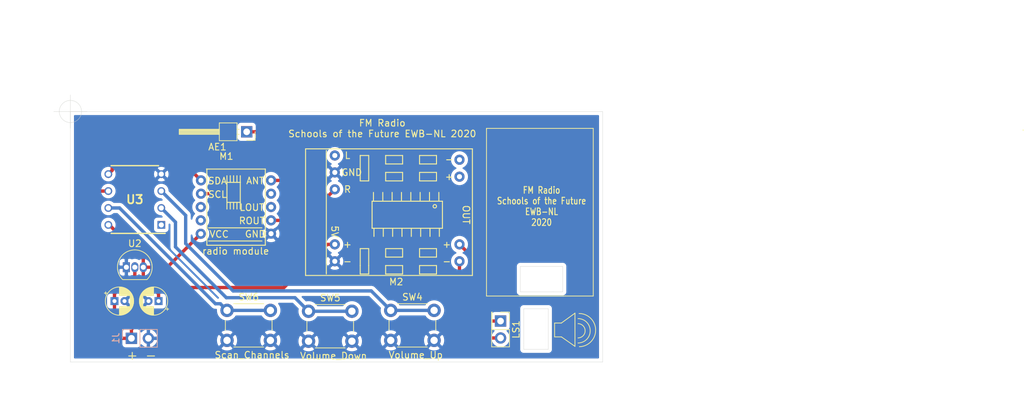
<source format=kicad_pcb>
(kicad_pcb (version 20171130) (host pcbnew "(5.1.2)-1")

  (general
    (thickness 1.6)
    (drawings 37)
    (tracks 74)
    (zones 0)
    (modules 12)
    (nets 21)
  )

  (page A4)
  (layers
    (0 F.Cu signal)
    (31 B.Cu signal hide)
    (32 B.Adhes user)
    (33 F.Adhes user)
    (34 B.Paste user)
    (35 F.Paste user)
    (36 B.SilkS user)
    (37 F.SilkS user)
    (38 B.Mask user)
    (39 F.Mask user)
    (40 Dwgs.User user)
    (41 Cmts.User user)
    (42 Eco1.User user)
    (43 Eco2.User user)
    (44 Edge.Cuts user)
    (45 Margin user)
    (46 B.CrtYd user)
    (47 F.CrtYd user)
    (48 B.Fab user)
    (49 F.Fab user)
  )

  (setup
    (last_trace_width 0.5)
    (user_trace_width 0.5)
    (user_trace_width 1)
    (trace_clearance 0.2)
    (zone_clearance 0.508)
    (zone_45_only no)
    (trace_min 0.2)
    (via_size 0.8)
    (via_drill 0.4)
    (via_min_size 0.4)
    (via_min_drill 0.3)
    (uvia_size 0.3)
    (uvia_drill 0.1)
    (uvias_allowed no)
    (uvia_min_size 0.2)
    (uvia_min_drill 0.1)
    (edge_width 0.05)
    (segment_width 0.2)
    (pcb_text_width 0.3)
    (pcb_text_size 1.5 1.5)
    (mod_edge_width 0.12)
    (mod_text_size 1 1)
    (mod_text_width 0.15)
    (pad_size 1.524 1.524)
    (pad_drill 0.762)
    (pad_to_mask_clearance 0.051)
    (solder_mask_min_width 0.25)
    (aux_axis_origin 0 0)
    (visible_elements 7FFFFFFF)
    (pcbplotparams
      (layerselection 0x010f0_ffffffff)
      (usegerberextensions false)
      (usegerberattributes false)
      (usegerberadvancedattributes false)
      (creategerberjobfile false)
      (excludeedgelayer false)
      (linewidth 0.150000)
      (plotframeref false)
      (viasonmask false)
      (mode 1)
      (useauxorigin false)
      (hpglpennumber 1)
      (hpglpenspeed 20)
      (hpglpendiameter 15.000000)
      (psnegative false)
      (psa4output false)
      (plotreference true)
      (plotvalue true)
      (plotinvisibletext false)
      (padsonsilk false)
      (subtractmaskfromsilk false)
      (outputformat 1)
      (mirror false)
      (drillshape 0)
      (scaleselection 1)
      (outputdirectory "Gerbers_001/"))
  )

  (net 0 "")
  (net 1 "Net-(AE1-Pad1)")
  (net 2 OUTPUT_SOUND)
  (net 3 "Net-(C5-Pad1)")
  (net 4 "Net-(LS1-Pad1)")
  (net 5 "Net-(SW4-Pad1)")
  (net 6 "Net-(SW5-Pad1)")
  (net 7 "Net-(SW6-Pad1)")
  (net 8 "Net-(U3-Pad1)")
  (net 9 "Net-(M2-Pad1)")
  (net 10 "Net-(M2-Pad7)")
  (net 11 "Net-(M2-Pad6)")
  (net 12 GND)
  (net 13 "Net-(LS1-Pad2)")
  (net 14 "Net-(M1-Pad7)")
  (net 15 "Net-(M1-Pad8)")
  (net 16 "Net-(M1-Pad9)")
  (net 17 "Net-(M1-Pad1)")
  (net 18 "Net-(M1-Pad2)")
  (net 19 "Net-(M1-Pad3)")
  (net 20 "Net-(M1-Pad4)")

  (net_class Default "This is the default net class."
    (clearance 0.2)
    (trace_width 0.25)
    (via_dia 0.8)
    (via_drill 0.4)
    (uvia_dia 0.3)
    (uvia_drill 0.1)
    (add_net GND)
    (add_net "Net-(AE1-Pad1)")
    (add_net "Net-(C5-Pad1)")
    (add_net "Net-(LS1-Pad1)")
    (add_net "Net-(LS1-Pad2)")
    (add_net "Net-(M1-Pad1)")
    (add_net "Net-(M1-Pad2)")
    (add_net "Net-(M1-Pad3)")
    (add_net "Net-(M1-Pad4)")
    (add_net "Net-(M1-Pad7)")
    (add_net "Net-(M1-Pad8)")
    (add_net "Net-(M1-Pad9)")
    (add_net "Net-(M2-Pad1)")
    (add_net "Net-(M2-Pad6)")
    (add_net "Net-(M2-Pad7)")
    (add_net "Net-(SW4-Pad1)")
    (add_net "Net-(SW5-Pad1)")
    (add_net "Net-(SW6-Pad1)")
    (add_net "Net-(U3-Pad1)")
    (add_net OUTPUT_SOUND)
  )

  (module Connector_PinHeader_2.54mm:PinHeader_1x01_P2.54mm_Horizontal (layer F.Cu) (tedit 59FED5CB) (tstamp 5E6DA98E)
    (at 151.384 51.816 180)
    (descr "Through hole angled pin header, 1x01, 2.54mm pitch, 6mm pin length, single row")
    (tags "Through hole angled pin header THT 1x01 2.54mm single row")
    (path /5E26821F)
    (fp_text reference AE1 (at 4.385 -2.27) (layer F.SilkS)
      (effects (font (size 1 1) (thickness 0.15)))
    )
    (fp_text value Antenna (at 4.385 2.27) (layer F.Fab)
      (effects (font (size 1 1) (thickness 0.15)))
    )
    (fp_line (start 2.135 -1.27) (end 4.04 -1.27) (layer F.Fab) (width 0.1))
    (fp_line (start 4.04 -1.27) (end 4.04 1.27) (layer F.Fab) (width 0.1))
    (fp_line (start 4.04 1.27) (end 1.5 1.27) (layer F.Fab) (width 0.1))
    (fp_line (start 1.5 1.27) (end 1.5 -0.635) (layer F.Fab) (width 0.1))
    (fp_line (start 1.5 -0.635) (end 2.135 -1.27) (layer F.Fab) (width 0.1))
    (fp_line (start -0.32 -0.32) (end 1.5 -0.32) (layer F.Fab) (width 0.1))
    (fp_line (start -0.32 -0.32) (end -0.32 0.32) (layer F.Fab) (width 0.1))
    (fp_line (start -0.32 0.32) (end 1.5 0.32) (layer F.Fab) (width 0.1))
    (fp_line (start 4.04 -0.32) (end 10.04 -0.32) (layer F.Fab) (width 0.1))
    (fp_line (start 10.04 -0.32) (end 10.04 0.32) (layer F.Fab) (width 0.1))
    (fp_line (start 4.04 0.32) (end 10.04 0.32) (layer F.Fab) (width 0.1))
    (fp_line (start 1.44 -1.33) (end 1.44 1.33) (layer F.SilkS) (width 0.12))
    (fp_line (start 1.44 1.33) (end 4.1 1.33) (layer F.SilkS) (width 0.12))
    (fp_line (start 4.1 1.33) (end 4.1 -1.33) (layer F.SilkS) (width 0.12))
    (fp_line (start 4.1 -1.33) (end 1.44 -1.33) (layer F.SilkS) (width 0.12))
    (fp_line (start 4.1 -0.38) (end 10.1 -0.38) (layer F.SilkS) (width 0.12))
    (fp_line (start 10.1 -0.38) (end 10.1 0.38) (layer F.SilkS) (width 0.12))
    (fp_line (start 10.1 0.38) (end 4.1 0.38) (layer F.SilkS) (width 0.12))
    (fp_line (start 4.1 -0.32) (end 10.1 -0.32) (layer F.SilkS) (width 0.12))
    (fp_line (start 4.1 -0.2) (end 10.1 -0.2) (layer F.SilkS) (width 0.12))
    (fp_line (start 4.1 -0.08) (end 10.1 -0.08) (layer F.SilkS) (width 0.12))
    (fp_line (start 4.1 0.04) (end 10.1 0.04) (layer F.SilkS) (width 0.12))
    (fp_line (start 4.1 0.16) (end 10.1 0.16) (layer F.SilkS) (width 0.12))
    (fp_line (start 4.1 0.28) (end 10.1 0.28) (layer F.SilkS) (width 0.12))
    (fp_line (start 1.11 -0.38) (end 1.44 -0.38) (layer F.SilkS) (width 0.12))
    (fp_line (start 1.11 0.38) (end 1.44 0.38) (layer F.SilkS) (width 0.12))
    (fp_line (start -1.27 0) (end -1.27 -1.27) (layer F.SilkS) (width 0.12))
    (fp_line (start -1.27 -1.27) (end 0 -1.27) (layer F.SilkS) (width 0.12))
    (fp_line (start -1.8 -1.8) (end -1.8 1.8) (layer F.CrtYd) (width 0.05))
    (fp_line (start -1.8 1.8) (end 10.55 1.8) (layer F.CrtYd) (width 0.05))
    (fp_line (start 10.55 1.8) (end 10.55 -1.8) (layer F.CrtYd) (width 0.05))
    (fp_line (start 10.55 -1.8) (end -1.8 -1.8) (layer F.CrtYd) (width 0.05))
    (fp_text user %R (at 2.77 0 90) (layer F.Fab)
      (effects (font (size 1 1) (thickness 0.15)))
    )
    (pad 1 thru_hole rect (at 0 0 180) (size 1.7 1.7) (drill 1) (layers *.Cu *.Mask)
      (net 1 "Net-(AE1-Pad1)"))
    (model ${KISYS3DMOD}/Connector_PinHeader_2.54mm.3dshapes/PinHeader_1x01_P2.54mm_Horizontal.wrl
      (at (xyz 0 0 0))
      (scale (xyz 1 1 1))
      (rotate (xyz 0 0 0))
    )
  )

  (module Capacitor_THT:CP_Radial_D4.0mm_P1.50mm (layer F.Cu) (tedit 5AE50EF0) (tstamp 5E6DAB1A)
    (at 131.572 77.216)
    (descr "CP, Radial series, Radial, pin pitch=1.50mm, , diameter=4mm, Electrolytic Capacitor")
    (tags "CP Radial series Radial pin pitch 1.50mm  diameter 4mm Electrolytic Capacitor")
    (path /5EA3B99E)
    (fp_text reference C4 (at 0.7366 3.3274) (layer Cmts.User)
      (effects (font (size 1 1) (thickness 0.15)))
    )
    (fp_text value "1 uF" (at 0.75 3.25) (layer F.Fab)
      (effects (font (size 1 1) (thickness 0.15)))
    )
    (fp_text user %R (at 0.75 0) (layer F.Fab)
      (effects (font (size 0.8 0.8) (thickness 0.12)))
    )
    (fp_line (start -1.319801 -1.395) (end -1.319801 -0.995) (layer F.SilkS) (width 0.12))
    (fp_line (start -1.519801 -1.195) (end -1.119801 -1.195) (layer F.SilkS) (width 0.12))
    (fp_line (start 2.831 -0.37) (end 2.831 0.37) (layer F.SilkS) (width 0.12))
    (fp_line (start 2.791 -0.537) (end 2.791 0.537) (layer F.SilkS) (width 0.12))
    (fp_line (start 2.751 -0.664) (end 2.751 0.664) (layer F.SilkS) (width 0.12))
    (fp_line (start 2.711 -0.768) (end 2.711 0.768) (layer F.SilkS) (width 0.12))
    (fp_line (start 2.671 -0.859) (end 2.671 0.859) (layer F.SilkS) (width 0.12))
    (fp_line (start 2.631 -0.94) (end 2.631 0.94) (layer F.SilkS) (width 0.12))
    (fp_line (start 2.591 -1.013) (end 2.591 1.013) (layer F.SilkS) (width 0.12))
    (fp_line (start 2.551 -1.08) (end 2.551 1.08) (layer F.SilkS) (width 0.12))
    (fp_line (start 2.511 -1.142) (end 2.511 1.142) (layer F.SilkS) (width 0.12))
    (fp_line (start 2.471 -1.2) (end 2.471 1.2) (layer F.SilkS) (width 0.12))
    (fp_line (start 2.431 -1.254) (end 2.431 1.254) (layer F.SilkS) (width 0.12))
    (fp_line (start 2.391 -1.304) (end 2.391 1.304) (layer F.SilkS) (width 0.12))
    (fp_line (start 2.351 -1.351) (end 2.351 1.351) (layer F.SilkS) (width 0.12))
    (fp_line (start 2.311 0.84) (end 2.311 1.396) (layer F.SilkS) (width 0.12))
    (fp_line (start 2.311 -1.396) (end 2.311 -0.84) (layer F.SilkS) (width 0.12))
    (fp_line (start 2.271 0.84) (end 2.271 1.438) (layer F.SilkS) (width 0.12))
    (fp_line (start 2.271 -1.438) (end 2.271 -0.84) (layer F.SilkS) (width 0.12))
    (fp_line (start 2.231 0.84) (end 2.231 1.478) (layer F.SilkS) (width 0.12))
    (fp_line (start 2.231 -1.478) (end 2.231 -0.84) (layer F.SilkS) (width 0.12))
    (fp_line (start 2.191 0.84) (end 2.191 1.516) (layer F.SilkS) (width 0.12))
    (fp_line (start 2.191 -1.516) (end 2.191 -0.84) (layer F.SilkS) (width 0.12))
    (fp_line (start 2.151 0.84) (end 2.151 1.552) (layer F.SilkS) (width 0.12))
    (fp_line (start 2.151 -1.552) (end 2.151 -0.84) (layer F.SilkS) (width 0.12))
    (fp_line (start 2.111 0.84) (end 2.111 1.587) (layer F.SilkS) (width 0.12))
    (fp_line (start 2.111 -1.587) (end 2.111 -0.84) (layer F.SilkS) (width 0.12))
    (fp_line (start 2.071 0.84) (end 2.071 1.619) (layer F.SilkS) (width 0.12))
    (fp_line (start 2.071 -1.619) (end 2.071 -0.84) (layer F.SilkS) (width 0.12))
    (fp_line (start 2.031 0.84) (end 2.031 1.65) (layer F.SilkS) (width 0.12))
    (fp_line (start 2.031 -1.65) (end 2.031 -0.84) (layer F.SilkS) (width 0.12))
    (fp_line (start 1.991 0.84) (end 1.991 1.68) (layer F.SilkS) (width 0.12))
    (fp_line (start 1.991 -1.68) (end 1.991 -0.84) (layer F.SilkS) (width 0.12))
    (fp_line (start 1.951 0.84) (end 1.951 1.708) (layer F.SilkS) (width 0.12))
    (fp_line (start 1.951 -1.708) (end 1.951 -0.84) (layer F.SilkS) (width 0.12))
    (fp_line (start 1.911 0.84) (end 1.911 1.735) (layer F.SilkS) (width 0.12))
    (fp_line (start 1.911 -1.735) (end 1.911 -0.84) (layer F.SilkS) (width 0.12))
    (fp_line (start 1.871 0.84) (end 1.871 1.76) (layer F.SilkS) (width 0.12))
    (fp_line (start 1.871 -1.76) (end 1.871 -0.84) (layer F.SilkS) (width 0.12))
    (fp_line (start 1.831 0.84) (end 1.831 1.785) (layer F.SilkS) (width 0.12))
    (fp_line (start 1.831 -1.785) (end 1.831 -0.84) (layer F.SilkS) (width 0.12))
    (fp_line (start 1.791 0.84) (end 1.791 1.808) (layer F.SilkS) (width 0.12))
    (fp_line (start 1.791 -1.808) (end 1.791 -0.84) (layer F.SilkS) (width 0.12))
    (fp_line (start 1.751 0.84) (end 1.751 1.83) (layer F.SilkS) (width 0.12))
    (fp_line (start 1.751 -1.83) (end 1.751 -0.84) (layer F.SilkS) (width 0.12))
    (fp_line (start 1.711 0.84) (end 1.711 1.851) (layer F.SilkS) (width 0.12))
    (fp_line (start 1.711 -1.851) (end 1.711 -0.84) (layer F.SilkS) (width 0.12))
    (fp_line (start 1.671 0.84) (end 1.671 1.87) (layer F.SilkS) (width 0.12))
    (fp_line (start 1.671 -1.87) (end 1.671 -0.84) (layer F.SilkS) (width 0.12))
    (fp_line (start 1.631 0.84) (end 1.631 1.889) (layer F.SilkS) (width 0.12))
    (fp_line (start 1.631 -1.889) (end 1.631 -0.84) (layer F.SilkS) (width 0.12))
    (fp_line (start 1.591 0.84) (end 1.591 1.907) (layer F.SilkS) (width 0.12))
    (fp_line (start 1.591 -1.907) (end 1.591 -0.84) (layer F.SilkS) (width 0.12))
    (fp_line (start 1.551 0.84) (end 1.551 1.924) (layer F.SilkS) (width 0.12))
    (fp_line (start 1.551 -1.924) (end 1.551 -0.84) (layer F.SilkS) (width 0.12))
    (fp_line (start 1.511 0.84) (end 1.511 1.94) (layer F.SilkS) (width 0.12))
    (fp_line (start 1.511 -1.94) (end 1.511 -0.84) (layer F.SilkS) (width 0.12))
    (fp_line (start 1.471 0.84) (end 1.471 1.954) (layer F.SilkS) (width 0.12))
    (fp_line (start 1.471 -1.954) (end 1.471 -0.84) (layer F.SilkS) (width 0.12))
    (fp_line (start 1.43 0.84) (end 1.43 1.968) (layer F.SilkS) (width 0.12))
    (fp_line (start 1.43 -1.968) (end 1.43 -0.84) (layer F.SilkS) (width 0.12))
    (fp_line (start 1.39 0.84) (end 1.39 1.982) (layer F.SilkS) (width 0.12))
    (fp_line (start 1.39 -1.982) (end 1.39 -0.84) (layer F.SilkS) (width 0.12))
    (fp_line (start 1.35 0.84) (end 1.35 1.994) (layer F.SilkS) (width 0.12))
    (fp_line (start 1.35 -1.994) (end 1.35 -0.84) (layer F.SilkS) (width 0.12))
    (fp_line (start 1.31 0.84) (end 1.31 2.005) (layer F.SilkS) (width 0.12))
    (fp_line (start 1.31 -2.005) (end 1.31 -0.84) (layer F.SilkS) (width 0.12))
    (fp_line (start 1.27 0.84) (end 1.27 2.016) (layer F.SilkS) (width 0.12))
    (fp_line (start 1.27 -2.016) (end 1.27 -0.84) (layer F.SilkS) (width 0.12))
    (fp_line (start 1.23 0.84) (end 1.23 2.025) (layer F.SilkS) (width 0.12))
    (fp_line (start 1.23 -2.025) (end 1.23 -0.84) (layer F.SilkS) (width 0.12))
    (fp_line (start 1.19 0.84) (end 1.19 2.034) (layer F.SilkS) (width 0.12))
    (fp_line (start 1.19 -2.034) (end 1.19 -0.84) (layer F.SilkS) (width 0.12))
    (fp_line (start 1.15 0.84) (end 1.15 2.042) (layer F.SilkS) (width 0.12))
    (fp_line (start 1.15 -2.042) (end 1.15 -0.84) (layer F.SilkS) (width 0.12))
    (fp_line (start 1.11 0.84) (end 1.11 2.05) (layer F.SilkS) (width 0.12))
    (fp_line (start 1.11 -2.05) (end 1.11 -0.84) (layer F.SilkS) (width 0.12))
    (fp_line (start 1.07 0.84) (end 1.07 2.056) (layer F.SilkS) (width 0.12))
    (fp_line (start 1.07 -2.056) (end 1.07 -0.84) (layer F.SilkS) (width 0.12))
    (fp_line (start 1.03 0.84) (end 1.03 2.062) (layer F.SilkS) (width 0.12))
    (fp_line (start 1.03 -2.062) (end 1.03 -0.84) (layer F.SilkS) (width 0.12))
    (fp_line (start 0.99 0.84) (end 0.99 2.067) (layer F.SilkS) (width 0.12))
    (fp_line (start 0.99 -2.067) (end 0.99 -0.84) (layer F.SilkS) (width 0.12))
    (fp_line (start 0.95 0.84) (end 0.95 2.071) (layer F.SilkS) (width 0.12))
    (fp_line (start 0.95 -2.071) (end 0.95 -0.84) (layer F.SilkS) (width 0.12))
    (fp_line (start 0.91 0.84) (end 0.91 2.074) (layer F.SilkS) (width 0.12))
    (fp_line (start 0.91 -2.074) (end 0.91 -0.84) (layer F.SilkS) (width 0.12))
    (fp_line (start 0.87 0.84) (end 0.87 2.077) (layer F.SilkS) (width 0.12))
    (fp_line (start 0.87 -2.077) (end 0.87 -0.84) (layer F.SilkS) (width 0.12))
    (fp_line (start 0.83 -2.079) (end 0.83 -0.84) (layer F.SilkS) (width 0.12))
    (fp_line (start 0.83 0.84) (end 0.83 2.079) (layer F.SilkS) (width 0.12))
    (fp_line (start 0.79 -2.08) (end 0.79 -0.84) (layer F.SilkS) (width 0.12))
    (fp_line (start 0.79 0.84) (end 0.79 2.08) (layer F.SilkS) (width 0.12))
    (fp_line (start 0.75 -2.08) (end 0.75 -0.84) (layer F.SilkS) (width 0.12))
    (fp_line (start 0.75 0.84) (end 0.75 2.08) (layer F.SilkS) (width 0.12))
    (fp_line (start -0.752554 -1.0675) (end -0.752554 -0.6675) (layer F.Fab) (width 0.1))
    (fp_line (start -0.952554 -0.8675) (end -0.552554 -0.8675) (layer F.Fab) (width 0.1))
    (fp_circle (center 0.75 0) (end 3 0) (layer F.CrtYd) (width 0.05))
    (fp_circle (center 0.75 0) (end 2.87 0) (layer F.SilkS) (width 0.12))
    (fp_circle (center 0.75 0) (end 2.75 0) (layer F.Fab) (width 0.1))
    (pad 2 thru_hole circle (at 1.5 0) (size 1.2 1.2) (drill 0.6) (layers *.Cu *.Mask)
      (net 12 GND))
    (pad 1 thru_hole rect (at 0 0) (size 1.2 1.2) (drill 0.6) (layers *.Cu *.Mask)
      (net 2 OUTPUT_SOUND))
    (model ${KISYS3DMOD}/Capacitor_THT.3dshapes/CP_Radial_D4.0mm_P1.50mm.wrl
      (at (xyz 0 0 0))
      (scale (xyz 1 1 1))
      (rotate (xyz 0 0 0))
    )
  )

  (module Capacitor_THT:CP_Radial_D4.0mm_P1.50mm (layer F.Cu) (tedit 5AE50EF0) (tstamp 5E6DAB85)
    (at 138.176 77.216 180)
    (descr "CP, Radial series, Radial, pin pitch=1.50mm, , diameter=4mm, Electrolytic Capacitor")
    (tags "CP Radial series Radial pin pitch 1.50mm  diameter 4mm Electrolytic Capacitor")
    (path /5EA3A866)
    (fp_text reference C5 (at 0.7112 3.1496) (layer Cmts.User)
      (effects (font (size 1 1) (thickness 0.15)))
    )
    (fp_text value "1 uF" (at 0.75 3.25) (layer F.Fab)
      (effects (font (size 1 1) (thickness 0.15)))
    )
    (fp_circle (center 0.75 0) (end 2.75 0) (layer F.Fab) (width 0.1))
    (fp_circle (center 0.75 0) (end 2.87 0) (layer F.SilkS) (width 0.12))
    (fp_circle (center 0.75 0) (end 3 0) (layer F.CrtYd) (width 0.05))
    (fp_line (start -0.952554 -0.8675) (end -0.552554 -0.8675) (layer F.Fab) (width 0.1))
    (fp_line (start -0.752554 -1.0675) (end -0.752554 -0.6675) (layer F.Fab) (width 0.1))
    (fp_line (start 0.75 0.84) (end 0.75 2.08) (layer F.SilkS) (width 0.12))
    (fp_line (start 0.75 -2.08) (end 0.75 -0.84) (layer F.SilkS) (width 0.12))
    (fp_line (start 0.79 0.84) (end 0.79 2.08) (layer F.SilkS) (width 0.12))
    (fp_line (start 0.79 -2.08) (end 0.79 -0.84) (layer F.SilkS) (width 0.12))
    (fp_line (start 0.83 0.84) (end 0.83 2.079) (layer F.SilkS) (width 0.12))
    (fp_line (start 0.83 -2.079) (end 0.83 -0.84) (layer F.SilkS) (width 0.12))
    (fp_line (start 0.87 -2.077) (end 0.87 -0.84) (layer F.SilkS) (width 0.12))
    (fp_line (start 0.87 0.84) (end 0.87 2.077) (layer F.SilkS) (width 0.12))
    (fp_line (start 0.91 -2.074) (end 0.91 -0.84) (layer F.SilkS) (width 0.12))
    (fp_line (start 0.91 0.84) (end 0.91 2.074) (layer F.SilkS) (width 0.12))
    (fp_line (start 0.95 -2.071) (end 0.95 -0.84) (layer F.SilkS) (width 0.12))
    (fp_line (start 0.95 0.84) (end 0.95 2.071) (layer F.SilkS) (width 0.12))
    (fp_line (start 0.99 -2.067) (end 0.99 -0.84) (layer F.SilkS) (width 0.12))
    (fp_line (start 0.99 0.84) (end 0.99 2.067) (layer F.SilkS) (width 0.12))
    (fp_line (start 1.03 -2.062) (end 1.03 -0.84) (layer F.SilkS) (width 0.12))
    (fp_line (start 1.03 0.84) (end 1.03 2.062) (layer F.SilkS) (width 0.12))
    (fp_line (start 1.07 -2.056) (end 1.07 -0.84) (layer F.SilkS) (width 0.12))
    (fp_line (start 1.07 0.84) (end 1.07 2.056) (layer F.SilkS) (width 0.12))
    (fp_line (start 1.11 -2.05) (end 1.11 -0.84) (layer F.SilkS) (width 0.12))
    (fp_line (start 1.11 0.84) (end 1.11 2.05) (layer F.SilkS) (width 0.12))
    (fp_line (start 1.15 -2.042) (end 1.15 -0.84) (layer F.SilkS) (width 0.12))
    (fp_line (start 1.15 0.84) (end 1.15 2.042) (layer F.SilkS) (width 0.12))
    (fp_line (start 1.19 -2.034) (end 1.19 -0.84) (layer F.SilkS) (width 0.12))
    (fp_line (start 1.19 0.84) (end 1.19 2.034) (layer F.SilkS) (width 0.12))
    (fp_line (start 1.23 -2.025) (end 1.23 -0.84) (layer F.SilkS) (width 0.12))
    (fp_line (start 1.23 0.84) (end 1.23 2.025) (layer F.SilkS) (width 0.12))
    (fp_line (start 1.27 -2.016) (end 1.27 -0.84) (layer F.SilkS) (width 0.12))
    (fp_line (start 1.27 0.84) (end 1.27 2.016) (layer F.SilkS) (width 0.12))
    (fp_line (start 1.31 -2.005) (end 1.31 -0.84) (layer F.SilkS) (width 0.12))
    (fp_line (start 1.31 0.84) (end 1.31 2.005) (layer F.SilkS) (width 0.12))
    (fp_line (start 1.35 -1.994) (end 1.35 -0.84) (layer F.SilkS) (width 0.12))
    (fp_line (start 1.35 0.84) (end 1.35 1.994) (layer F.SilkS) (width 0.12))
    (fp_line (start 1.39 -1.982) (end 1.39 -0.84) (layer F.SilkS) (width 0.12))
    (fp_line (start 1.39 0.84) (end 1.39 1.982) (layer F.SilkS) (width 0.12))
    (fp_line (start 1.43 -1.968) (end 1.43 -0.84) (layer F.SilkS) (width 0.12))
    (fp_line (start 1.43 0.84) (end 1.43 1.968) (layer F.SilkS) (width 0.12))
    (fp_line (start 1.471 -1.954) (end 1.471 -0.84) (layer F.SilkS) (width 0.12))
    (fp_line (start 1.471 0.84) (end 1.471 1.954) (layer F.SilkS) (width 0.12))
    (fp_line (start 1.511 -1.94) (end 1.511 -0.84) (layer F.SilkS) (width 0.12))
    (fp_line (start 1.511 0.84) (end 1.511 1.94) (layer F.SilkS) (width 0.12))
    (fp_line (start 1.551 -1.924) (end 1.551 -0.84) (layer F.SilkS) (width 0.12))
    (fp_line (start 1.551 0.84) (end 1.551 1.924) (layer F.SilkS) (width 0.12))
    (fp_line (start 1.591 -1.907) (end 1.591 -0.84) (layer F.SilkS) (width 0.12))
    (fp_line (start 1.591 0.84) (end 1.591 1.907) (layer F.SilkS) (width 0.12))
    (fp_line (start 1.631 -1.889) (end 1.631 -0.84) (layer F.SilkS) (width 0.12))
    (fp_line (start 1.631 0.84) (end 1.631 1.889) (layer F.SilkS) (width 0.12))
    (fp_line (start 1.671 -1.87) (end 1.671 -0.84) (layer F.SilkS) (width 0.12))
    (fp_line (start 1.671 0.84) (end 1.671 1.87) (layer F.SilkS) (width 0.12))
    (fp_line (start 1.711 -1.851) (end 1.711 -0.84) (layer F.SilkS) (width 0.12))
    (fp_line (start 1.711 0.84) (end 1.711 1.851) (layer F.SilkS) (width 0.12))
    (fp_line (start 1.751 -1.83) (end 1.751 -0.84) (layer F.SilkS) (width 0.12))
    (fp_line (start 1.751 0.84) (end 1.751 1.83) (layer F.SilkS) (width 0.12))
    (fp_line (start 1.791 -1.808) (end 1.791 -0.84) (layer F.SilkS) (width 0.12))
    (fp_line (start 1.791 0.84) (end 1.791 1.808) (layer F.SilkS) (width 0.12))
    (fp_line (start 1.831 -1.785) (end 1.831 -0.84) (layer F.SilkS) (width 0.12))
    (fp_line (start 1.831 0.84) (end 1.831 1.785) (layer F.SilkS) (width 0.12))
    (fp_line (start 1.871 -1.76) (end 1.871 -0.84) (layer F.SilkS) (width 0.12))
    (fp_line (start 1.871 0.84) (end 1.871 1.76) (layer F.SilkS) (width 0.12))
    (fp_line (start 1.911 -1.735) (end 1.911 -0.84) (layer F.SilkS) (width 0.12))
    (fp_line (start 1.911 0.84) (end 1.911 1.735) (layer F.SilkS) (width 0.12))
    (fp_line (start 1.951 -1.708) (end 1.951 -0.84) (layer F.SilkS) (width 0.12))
    (fp_line (start 1.951 0.84) (end 1.951 1.708) (layer F.SilkS) (width 0.12))
    (fp_line (start 1.991 -1.68) (end 1.991 -0.84) (layer F.SilkS) (width 0.12))
    (fp_line (start 1.991 0.84) (end 1.991 1.68) (layer F.SilkS) (width 0.12))
    (fp_line (start 2.031 -1.65) (end 2.031 -0.84) (layer F.SilkS) (width 0.12))
    (fp_line (start 2.031 0.84) (end 2.031 1.65) (layer F.SilkS) (width 0.12))
    (fp_line (start 2.071 -1.619) (end 2.071 -0.84) (layer F.SilkS) (width 0.12))
    (fp_line (start 2.071 0.84) (end 2.071 1.619) (layer F.SilkS) (width 0.12))
    (fp_line (start 2.111 -1.587) (end 2.111 -0.84) (layer F.SilkS) (width 0.12))
    (fp_line (start 2.111 0.84) (end 2.111 1.587) (layer F.SilkS) (width 0.12))
    (fp_line (start 2.151 -1.552) (end 2.151 -0.84) (layer F.SilkS) (width 0.12))
    (fp_line (start 2.151 0.84) (end 2.151 1.552) (layer F.SilkS) (width 0.12))
    (fp_line (start 2.191 -1.516) (end 2.191 -0.84) (layer F.SilkS) (width 0.12))
    (fp_line (start 2.191 0.84) (end 2.191 1.516) (layer F.SilkS) (width 0.12))
    (fp_line (start 2.231 -1.478) (end 2.231 -0.84) (layer F.SilkS) (width 0.12))
    (fp_line (start 2.231 0.84) (end 2.231 1.478) (layer F.SilkS) (width 0.12))
    (fp_line (start 2.271 -1.438) (end 2.271 -0.84) (layer F.SilkS) (width 0.12))
    (fp_line (start 2.271 0.84) (end 2.271 1.438) (layer F.SilkS) (width 0.12))
    (fp_line (start 2.311 -1.396) (end 2.311 -0.84) (layer F.SilkS) (width 0.12))
    (fp_line (start 2.311 0.84) (end 2.311 1.396) (layer F.SilkS) (width 0.12))
    (fp_line (start 2.351 -1.351) (end 2.351 1.351) (layer F.SilkS) (width 0.12))
    (fp_line (start 2.391 -1.304) (end 2.391 1.304) (layer F.SilkS) (width 0.12))
    (fp_line (start 2.431 -1.254) (end 2.431 1.254) (layer F.SilkS) (width 0.12))
    (fp_line (start 2.471 -1.2) (end 2.471 1.2) (layer F.SilkS) (width 0.12))
    (fp_line (start 2.511 -1.142) (end 2.511 1.142) (layer F.SilkS) (width 0.12))
    (fp_line (start 2.551 -1.08) (end 2.551 1.08) (layer F.SilkS) (width 0.12))
    (fp_line (start 2.591 -1.013) (end 2.591 1.013) (layer F.SilkS) (width 0.12))
    (fp_line (start 2.631 -0.94) (end 2.631 0.94) (layer F.SilkS) (width 0.12))
    (fp_line (start 2.671 -0.859) (end 2.671 0.859) (layer F.SilkS) (width 0.12))
    (fp_line (start 2.711 -0.768) (end 2.711 0.768) (layer F.SilkS) (width 0.12))
    (fp_line (start 2.751 -0.664) (end 2.751 0.664) (layer F.SilkS) (width 0.12))
    (fp_line (start 2.791 -0.537) (end 2.791 0.537) (layer F.SilkS) (width 0.12))
    (fp_line (start 2.831 -0.37) (end 2.831 0.37) (layer F.SilkS) (width 0.12))
    (fp_line (start -1.519801 -1.195) (end -1.119801 -1.195) (layer F.SilkS) (width 0.12))
    (fp_line (start -1.319801 -1.395) (end -1.319801 -0.995) (layer F.SilkS) (width 0.12))
    (fp_text user %R (at 0.75 0) (layer F.Fab)
      (effects (font (size 0.8 0.8) (thickness 0.12)))
    )
    (pad 1 thru_hole rect (at 0 0 180) (size 1.2 1.2) (drill 0.6) (layers *.Cu *.Mask)
      (net 3 "Net-(C5-Pad1)"))
    (pad 2 thru_hole circle (at 1.5 0 180) (size 1.2 1.2) (drill 0.6) (layers *.Cu *.Mask)
      (net 12 GND))
    (model ${KISYS3DMOD}/Capacitor_THT.3dshapes/CP_Radial_D4.0mm_P1.50mm.wrl
      (at (xyz 0 0 0))
      (scale (xyz 1 1 1))
      (rotate (xyz 0 0 0))
    )
  )

  (module Connector_PinHeader_2.54mm:PinHeader_2x01_P2.54mm_Vertical (layer F.Cu) (tedit 59FED5CC) (tstamp 5E6DAC7E)
    (at 189.4332 80.2132 270)
    (descr "Through hole straight pin header, 2x01, 2.54mm pitch, double rows")
    (tags "Through hole pin header THT 2x01 2.54mm double row")
    (path /5E265646)
    (fp_text reference LS1 (at 1.27 -2.33 90) (layer F.SilkS)
      (effects (font (size 1 1) (thickness 0.15)))
    )
    (fp_text value Speaker (at 1.27 2.33 90) (layer F.Fab)
      (effects (font (size 1 1) (thickness 0.15)))
    )
    (fp_line (start 0 -1.27) (end 3.81 -1.27) (layer F.Fab) (width 0.1))
    (fp_line (start 3.81 -1.27) (end 3.81 1.27) (layer F.Fab) (width 0.1))
    (fp_line (start 3.81 1.27) (end -1.27 1.27) (layer F.Fab) (width 0.1))
    (fp_line (start -1.27 1.27) (end -1.27 0) (layer F.Fab) (width 0.1))
    (fp_line (start -1.27 0) (end 0 -1.27) (layer F.Fab) (width 0.1))
    (fp_line (start -1.33 1.33) (end 3.87 1.33) (layer F.SilkS) (width 0.12))
    (fp_line (start -1.33 1.27) (end -1.33 1.33) (layer F.SilkS) (width 0.12))
    (fp_line (start 3.87 -1.33) (end 3.87 1.33) (layer F.SilkS) (width 0.12))
    (fp_line (start -1.33 1.27) (end 1.27 1.27) (layer F.SilkS) (width 0.12))
    (fp_line (start 1.27 1.27) (end 1.27 -1.33) (layer F.SilkS) (width 0.12))
    (fp_line (start 1.27 -1.33) (end 3.87 -1.33) (layer F.SilkS) (width 0.12))
    (fp_line (start -1.33 0) (end -1.33 -1.33) (layer F.SilkS) (width 0.12))
    (fp_line (start -1.33 -1.33) (end 0 -1.33) (layer F.SilkS) (width 0.12))
    (fp_line (start -1.8 -1.8) (end -1.8 1.8) (layer F.CrtYd) (width 0.05))
    (fp_line (start -1.8 1.8) (end 4.35 1.8) (layer F.CrtYd) (width 0.05))
    (fp_line (start 4.35 1.8) (end 4.35 -1.8) (layer F.CrtYd) (width 0.05))
    (fp_line (start 4.35 -1.8) (end -1.8 -1.8) (layer F.CrtYd) (width 0.05))
    (fp_text user %R (at 1.27 0) (layer F.Fab)
      (effects (font (size 1 1) (thickness 0.15)))
    )
    (pad 1 thru_hole rect (at 0 0 270) (size 1.7 1.7) (drill 1) (layers *.Cu *.Mask)
      (net 4 "Net-(LS1-Pad1)"))
    (pad 2 thru_hole oval (at 2.54 0 270) (size 1.7 1.7) (drill 1) (layers *.Cu *.Mask)
      (net 13 "Net-(LS1-Pad2)"))
    (model ${KISYS3DMOD}/Connector_PinHeader_2.54mm.3dshapes/PinHeader_2x01_P2.54mm_Vertical.wrl
      (at (xyz 0 0 0))
      (scale (xyz 1 1 1))
      (rotate (xyz 0 0 0))
    )
  )

  (module Buttons_Switches_THT:SW_PUSH_6mm (layer F.Cu) (tedit 5923F252) (tstamp 5E6DADA4)
    (at 172.974 78.613)
    (descr https://www.omron.com/ecb/products/pdf/en-b3f.pdf)
    (tags "tact sw push 6mm")
    (path /5E7E1E85)
    (fp_text reference SW4 (at 3.25 -2) (layer F.SilkS)
      (effects (font (size 1 1) (thickness 0.15)))
    )
    (fp_text value Volume_Up (at 3.75 6.7) (layer F.SilkS)
      (effects (font (size 1 1) (thickness 0.15)))
    )
    (fp_text user %R (at 3.25 2.25) (layer F.Fab)
      (effects (font (size 1 1) (thickness 0.15)))
    )
    (fp_line (start 3.25 -0.75) (end 6.25 -0.75) (layer F.Fab) (width 0.1))
    (fp_line (start 6.25 -0.75) (end 6.25 5.25) (layer F.Fab) (width 0.1))
    (fp_line (start 6.25 5.25) (end 0.25 5.25) (layer F.Fab) (width 0.1))
    (fp_line (start 0.25 5.25) (end 0.25 -0.75) (layer F.Fab) (width 0.1))
    (fp_line (start 0.25 -0.75) (end 3.25 -0.75) (layer F.Fab) (width 0.1))
    (fp_line (start 7.75 6) (end 8 6) (layer F.CrtYd) (width 0.05))
    (fp_line (start 8 6) (end 8 5.75) (layer F.CrtYd) (width 0.05))
    (fp_line (start 7.75 -1.5) (end 8 -1.5) (layer F.CrtYd) (width 0.05))
    (fp_line (start 8 -1.5) (end 8 -1.25) (layer F.CrtYd) (width 0.05))
    (fp_line (start -1.5 -1.25) (end -1.5 -1.5) (layer F.CrtYd) (width 0.05))
    (fp_line (start -1.5 -1.5) (end -1.25 -1.5) (layer F.CrtYd) (width 0.05))
    (fp_line (start -1.5 5.75) (end -1.5 6) (layer F.CrtYd) (width 0.05))
    (fp_line (start -1.5 6) (end -1.25 6) (layer F.CrtYd) (width 0.05))
    (fp_line (start -1.25 -1.5) (end 7.75 -1.5) (layer F.CrtYd) (width 0.05))
    (fp_line (start -1.5 5.75) (end -1.5 -1.25) (layer F.CrtYd) (width 0.05))
    (fp_line (start 7.75 6) (end -1.25 6) (layer F.CrtYd) (width 0.05))
    (fp_line (start 8 -1.25) (end 8 5.75) (layer F.CrtYd) (width 0.05))
    (fp_line (start 1 5.5) (end 5.5 5.5) (layer F.SilkS) (width 0.12))
    (fp_line (start -0.25 1.5) (end -0.25 3) (layer F.SilkS) (width 0.12))
    (fp_line (start 5.5 -1) (end 1 -1) (layer F.SilkS) (width 0.12))
    (fp_line (start 6.75 3) (end 6.75 1.5) (layer F.SilkS) (width 0.12))
    (fp_circle (center 3.25 2.25) (end 1.25 2.5) (layer F.Fab) (width 0.1))
    (pad 2 thru_hole circle (at 0 4.5 90) (size 2 2) (drill 1.1) (layers *.Cu *.Mask)
      (net 12 GND))
    (pad 1 thru_hole circle (at 0 0 90) (size 2 2) (drill 1.1) (layers *.Cu *.Mask)
      (net 5 "Net-(SW4-Pad1)"))
    (pad 2 thru_hole circle (at 6.5 4.5 90) (size 2 2) (drill 1.1) (layers *.Cu *.Mask)
      (net 12 GND))
    (pad 1 thru_hole circle (at 6.5 0 90) (size 2 2) (drill 1.1) (layers *.Cu *.Mask)
      (net 5 "Net-(SW4-Pad1)"))
    (model ${KISYS3DMOD}/Buttons_Switches_THT.3dshapes/SW_PUSH_6mm.wrl
      (offset (xyz 0.1269999980926514 0 0))
      (scale (xyz 0.3937 0.3937 0.3937))
      (rotate (xyz 0 0 0))
    )
  )

  (module Buttons_Switches_THT:SW_PUSH_6mm (layer F.Cu) (tedit 5923F252) (tstamp 5E6DADC3)
    (at 160.655 78.74)
    (descr https://www.omron.com/ecb/products/pdf/en-b3f.pdf)
    (tags "tact sw push 6mm")
    (path /5E7E36B6)
    (fp_text reference SW5 (at 3.25 -2) (layer F.SilkS)
      (effects (font (size 1 1) (thickness 0.15)))
    )
    (fp_text value Volume_Down (at 3.75 6.7) (layer F.SilkS)
      (effects (font (size 1 1) (thickness 0.15)))
    )
    (fp_circle (center 3.25 2.25) (end 1.25 2.5) (layer F.Fab) (width 0.1))
    (fp_line (start 6.75 3) (end 6.75 1.5) (layer F.SilkS) (width 0.12))
    (fp_line (start 5.5 -1) (end 1 -1) (layer F.SilkS) (width 0.12))
    (fp_line (start -0.25 1.5) (end -0.25 3) (layer F.SilkS) (width 0.12))
    (fp_line (start 1 5.5) (end 5.5 5.5) (layer F.SilkS) (width 0.12))
    (fp_line (start 8 -1.25) (end 8 5.75) (layer F.CrtYd) (width 0.05))
    (fp_line (start 7.75 6) (end -1.25 6) (layer F.CrtYd) (width 0.05))
    (fp_line (start -1.5 5.75) (end -1.5 -1.25) (layer F.CrtYd) (width 0.05))
    (fp_line (start -1.25 -1.5) (end 7.75 -1.5) (layer F.CrtYd) (width 0.05))
    (fp_line (start -1.5 6) (end -1.25 6) (layer F.CrtYd) (width 0.05))
    (fp_line (start -1.5 5.75) (end -1.5 6) (layer F.CrtYd) (width 0.05))
    (fp_line (start -1.5 -1.5) (end -1.25 -1.5) (layer F.CrtYd) (width 0.05))
    (fp_line (start -1.5 -1.25) (end -1.5 -1.5) (layer F.CrtYd) (width 0.05))
    (fp_line (start 8 -1.5) (end 8 -1.25) (layer F.CrtYd) (width 0.05))
    (fp_line (start 7.75 -1.5) (end 8 -1.5) (layer F.CrtYd) (width 0.05))
    (fp_line (start 8 6) (end 8 5.75) (layer F.CrtYd) (width 0.05))
    (fp_line (start 7.75 6) (end 8 6) (layer F.CrtYd) (width 0.05))
    (fp_line (start 0.25 -0.75) (end 3.25 -0.75) (layer F.Fab) (width 0.1))
    (fp_line (start 0.25 5.25) (end 0.25 -0.75) (layer F.Fab) (width 0.1))
    (fp_line (start 6.25 5.25) (end 0.25 5.25) (layer F.Fab) (width 0.1))
    (fp_line (start 6.25 -0.75) (end 6.25 5.25) (layer F.Fab) (width 0.1))
    (fp_line (start 3.25 -0.75) (end 6.25 -0.75) (layer F.Fab) (width 0.1))
    (fp_text user %R (at 3.25 2.25) (layer F.Fab)
      (effects (font (size 1 1) (thickness 0.15)))
    )
    (pad 1 thru_hole circle (at 6.5 0 90) (size 2 2) (drill 1.1) (layers *.Cu *.Mask)
      (net 6 "Net-(SW5-Pad1)"))
    (pad 2 thru_hole circle (at 6.5 4.5 90) (size 2 2) (drill 1.1) (layers *.Cu *.Mask)
      (net 12 GND))
    (pad 1 thru_hole circle (at 0 0 90) (size 2 2) (drill 1.1) (layers *.Cu *.Mask)
      (net 6 "Net-(SW5-Pad1)"))
    (pad 2 thru_hole circle (at 0 4.5 90) (size 2 2) (drill 1.1) (layers *.Cu *.Mask)
      (net 12 GND))
    (model ${KISYS3DMOD}/Buttons_Switches_THT.3dshapes/SW_PUSH_6mm.wrl
      (offset (xyz 0.1269999980926514 0 0))
      (scale (xyz 0.3937 0.3937 0.3937))
      (rotate (xyz 0 0 0))
    )
  )

  (module Buttons_Switches_THT:SW_PUSH_6mm (layer F.Cu) (tedit 5923F252) (tstamp 5E6DADE2)
    (at 148.44 78.613)
    (descr https://www.omron.com/ecb/products/pdf/en-b3f.pdf)
    (tags "tact sw push 6mm")
    (path /5E7E3F10)
    (fp_text reference SW6 (at 3.25 -2) (layer F.SilkS)
      (effects (font (size 1 1) (thickness 0.15)))
    )
    (fp_text value Scan_Channels (at 3.75 6.7) (layer F.SilkS)
      (effects (font (size 1 1) (thickness 0.15)))
    )
    (fp_text user %R (at 3.25 2.25) (layer F.Fab)
      (effects (font (size 1 1) (thickness 0.15)))
    )
    (fp_line (start 3.25 -0.75) (end 6.25 -0.75) (layer F.Fab) (width 0.1))
    (fp_line (start 6.25 -0.75) (end 6.25 5.25) (layer F.Fab) (width 0.1))
    (fp_line (start 6.25 5.25) (end 0.25 5.25) (layer F.Fab) (width 0.1))
    (fp_line (start 0.25 5.25) (end 0.25 -0.75) (layer F.Fab) (width 0.1))
    (fp_line (start 0.25 -0.75) (end 3.25 -0.75) (layer F.Fab) (width 0.1))
    (fp_line (start 7.75 6) (end 8 6) (layer F.CrtYd) (width 0.05))
    (fp_line (start 8 6) (end 8 5.75) (layer F.CrtYd) (width 0.05))
    (fp_line (start 7.75 -1.5) (end 8 -1.5) (layer F.CrtYd) (width 0.05))
    (fp_line (start 8 -1.5) (end 8 -1.25) (layer F.CrtYd) (width 0.05))
    (fp_line (start -1.5 -1.25) (end -1.5 -1.5) (layer F.CrtYd) (width 0.05))
    (fp_line (start -1.5 -1.5) (end -1.25 -1.5) (layer F.CrtYd) (width 0.05))
    (fp_line (start -1.5 5.75) (end -1.5 6) (layer F.CrtYd) (width 0.05))
    (fp_line (start -1.5 6) (end -1.25 6) (layer F.CrtYd) (width 0.05))
    (fp_line (start -1.25 -1.5) (end 7.75 -1.5) (layer F.CrtYd) (width 0.05))
    (fp_line (start -1.5 5.75) (end -1.5 -1.25) (layer F.CrtYd) (width 0.05))
    (fp_line (start 7.75 6) (end -1.25 6) (layer F.CrtYd) (width 0.05))
    (fp_line (start 8 -1.25) (end 8 5.75) (layer F.CrtYd) (width 0.05))
    (fp_line (start 1 5.5) (end 5.5 5.5) (layer F.SilkS) (width 0.12))
    (fp_line (start -0.25 1.5) (end -0.25 3) (layer F.SilkS) (width 0.12))
    (fp_line (start 5.5 -1) (end 1 -1) (layer F.SilkS) (width 0.12))
    (fp_line (start 6.75 3) (end 6.75 1.5) (layer F.SilkS) (width 0.12))
    (fp_circle (center 3.25 2.25) (end 1.25 2.5) (layer F.Fab) (width 0.1))
    (pad 2 thru_hole circle (at 0 4.5 90) (size 2 2) (drill 1.1) (layers *.Cu *.Mask)
      (net 12 GND))
    (pad 1 thru_hole circle (at 0 0 90) (size 2 2) (drill 1.1) (layers *.Cu *.Mask)
      (net 7 "Net-(SW6-Pad1)"))
    (pad 2 thru_hole circle (at 6.5 4.5 90) (size 2 2) (drill 1.1) (layers *.Cu *.Mask)
      (net 12 GND))
    (pad 1 thru_hole circle (at 6.5 0 90) (size 2 2) (drill 1.1) (layers *.Cu *.Mask)
      (net 7 "Net-(SW6-Pad1)"))
    (model ${KISYS3DMOD}/Buttons_Switches_THT.3dshapes/SW_PUSH_6mm.wrl
      (offset (xyz 0.1269999980926514 0 0))
      (scale (xyz 0.3937 0.3937 0.3937))
      (rotate (xyz 0 0 0))
    )
  )

  (module Package_TO_SOT_THT:TO-92_Inline (layer F.Cu) (tedit 5A1DD157) (tstamp 5E6DAE50)
    (at 133.35 72.136)
    (descr "TO-92 leads in-line, narrow, oval pads, drill 0.75mm (see NXP sot054_po.pdf)")
    (tags "to-92 sc-43 sc-43a sot54 PA33 transistor")
    (path /5E93EAFF)
    (fp_text reference U2 (at 1.27 -3.56) (layer F.SilkS)
      (effects (font (size 1 1) (thickness 0.15)))
    )
    (fp_text value MCP1700-3002E_TO92 (at 1.27 2.79) (layer F.Fab)
      (effects (font (size 1 1) (thickness 0.15)))
    )
    (fp_text user %R (at 1.27 -3.56) (layer F.Fab)
      (effects (font (size 1 1) (thickness 0.15)))
    )
    (fp_line (start -0.53 1.85) (end 3.07 1.85) (layer F.SilkS) (width 0.12))
    (fp_line (start -0.5 1.75) (end 3 1.75) (layer F.Fab) (width 0.1))
    (fp_line (start -1.46 -2.73) (end 4 -2.73) (layer F.CrtYd) (width 0.05))
    (fp_line (start -1.46 -2.73) (end -1.46 2.01) (layer F.CrtYd) (width 0.05))
    (fp_line (start 4 2.01) (end 4 -2.73) (layer F.CrtYd) (width 0.05))
    (fp_line (start 4 2.01) (end -1.46 2.01) (layer F.CrtYd) (width 0.05))
    (fp_arc (start 1.27 0) (end 1.27 -2.48) (angle 135) (layer F.Fab) (width 0.1))
    (fp_arc (start 1.27 0) (end 1.27 -2.6) (angle -135) (layer F.SilkS) (width 0.12))
    (fp_arc (start 1.27 0) (end 1.27 -2.48) (angle -135) (layer F.Fab) (width 0.1))
    (fp_arc (start 1.27 0) (end 1.27 -2.6) (angle 135) (layer F.SilkS) (width 0.12))
    (pad 2 thru_hole oval (at 1.27 0) (size 1.05 1.5) (drill 0.75) (layers *.Cu *.Mask)
      (net 2 OUTPUT_SOUND))
    (pad 3 thru_hole oval (at 2.54 0) (size 1.05 1.5) (drill 0.75) (layers *.Cu *.Mask)
      (net 3 "Net-(C5-Pad1)"))
    (pad 1 thru_hole rect (at 0 0) (size 1.05 1.5) (drill 0.75) (layers *.Cu *.Mask)
      (net 12 GND))
    (model ${KISYS3DMOD}/Package_TO_SOT_THT.3dshapes/TO-92_Inline.wrl
      (at (xyz 0 0 0))
      (scale (xyz 1 1 1))
      (rotate (xyz 0 0 0))
    )
  )

  (module SamacSys_Parts:DIP794W56P254L959H533Q8N (layer F.Cu) (tedit 0) (tstamp 5E6DAE68)
    (at 134.62 61.976 180)
    (descr ATTINY13A)
    (tags "Integrated Circuit")
    (path /5E7E0340)
    (fp_text reference U3 (at 0 0) (layer F.SilkS)
      (effects (font (size 1.27 1.27) (thickness 0.254)))
    )
    (fp_text value ATtiny13V-10PU (at 0 0) (layer F.SilkS) hide
      (effects (font (size 1.27 1.27) (thickness 0.254)))
    )
    (fp_text user %R (at 0 0) (layer F.Fab)
      (effects (font (size 1.27 1.27) (thickness 0.254)))
    )
    (fp_line (start -4.957 -5.33) (end 4.957 -5.33) (layer F.CrtYd) (width 0.05))
    (fp_line (start 4.957 -5.33) (end 4.957 5.33) (layer F.CrtYd) (width 0.05))
    (fp_line (start 4.957 5.33) (end -4.957 5.33) (layer F.CrtYd) (width 0.05))
    (fp_line (start -4.957 5.33) (end -4.957 -5.33) (layer F.CrtYd) (width 0.05))
    (fp_line (start -3.556 -5.08) (end 3.556 -5.08) (layer F.Fab) (width 0.1))
    (fp_line (start 3.556 -5.08) (end 3.556 5.08) (layer F.Fab) (width 0.1))
    (fp_line (start 3.556 5.08) (end -3.556 5.08) (layer F.Fab) (width 0.1))
    (fp_line (start -3.556 5.08) (end -3.556 -5.08) (layer F.Fab) (width 0.1))
    (fp_line (start -3.556 -3.81) (end -2.286 -5.08) (layer F.Fab) (width 0.1))
    (fp_line (start -4.548 -5.08) (end 3.556 -5.08) (layer F.SilkS) (width 0.2))
    (fp_line (start -3.556 5.08) (end 3.556 5.08) (layer F.SilkS) (width 0.2))
    (pad 1 thru_hole rect (at -3.969 -3.81 180) (size 1.159 1.159) (drill 0.759) (layers *.Cu *.Mask)
      (net 8 "Net-(U3-Pad1)"))
    (pad 2 thru_hole circle (at -3.969 -1.27 180) (size 1.159 1.159) (drill 0.759) (layers *.Cu *.Mask)
      (net 6 "Net-(SW5-Pad1)"))
    (pad 3 thru_hole circle (at -3.969 1.27 180) (size 1.159 1.159) (drill 0.759) (layers *.Cu *.Mask)
      (net 5 "Net-(SW4-Pad1)"))
    (pad 4 thru_hole circle (at -3.969 3.81 180) (size 1.159 1.159) (drill 0.759) (layers *.Cu *.Mask)
      (net 12 GND))
    (pad 5 thru_hole circle (at 3.969 3.81 180) (size 1.159 1.159) (drill 0.759) (layers *.Cu *.Mask)
      (net 17 "Net-(M1-Pad1)"))
    (pad 6 thru_hole circle (at 3.969 1.27 180) (size 1.159 1.159) (drill 0.759) (layers *.Cu *.Mask)
      (net 18 "Net-(M1-Pad2)"))
    (pad 7 thru_hole circle (at 3.969 -1.27 180) (size 1.159 1.159) (drill 0.759) (layers *.Cu *.Mask)
      (net 7 "Net-(SW6-Pad1)"))
    (pad 8 thru_hole circle (at 3.969 -3.81 180) (size 1.159 1.159) (drill 0.759) (layers *.Cu *.Mask)
      (net 3 "Net-(C5-Pad1)"))
    (model C:\Users\Michael\Desktop\LibraryLoader\SamacSys_Parts.3dshapes\ATTINY13A-PU.stp
      (at (xyz 0 0 0))
      (scale (xyz 1 1 1))
      (rotate (xyz 0 0 0))
    )
  )

  (module Connector_PinHeader_2.54mm:PinHeader_1x02_P2.54mm_Vertical (layer B.Cu) (tedit 59FED5CC) (tstamp 5E81140A)
    (at 134.112 82.804 270)
    (descr "Through hole straight pin header, 1x02, 2.54mm pitch, single row")
    (tags "Through hole pin header THT 1x02 2.54mm single row")
    (path /5E829949)
    (fp_text reference J1 (at 0 2.33 270) (layer B.SilkS)
      (effects (font (size 1 1) (thickness 0.15)) (justify mirror))
    )
    (fp_text value "Power Input" (at 0 -4.87 270) (layer B.Fab)
      (effects (font (size 1 1) (thickness 0.15)) (justify mirror))
    )
    (fp_line (start -0.635 1.27) (end 1.27 1.27) (layer B.Fab) (width 0.1))
    (fp_line (start 1.27 1.27) (end 1.27 -3.81) (layer B.Fab) (width 0.1))
    (fp_line (start 1.27 -3.81) (end -1.27 -3.81) (layer B.Fab) (width 0.1))
    (fp_line (start -1.27 -3.81) (end -1.27 0.635) (layer B.Fab) (width 0.1))
    (fp_line (start -1.27 0.635) (end -0.635 1.27) (layer B.Fab) (width 0.1))
    (fp_line (start -1.33 -3.87) (end 1.33 -3.87) (layer B.SilkS) (width 0.12))
    (fp_line (start -1.33 -1.27) (end -1.33 -3.87) (layer B.SilkS) (width 0.12))
    (fp_line (start 1.33 -1.27) (end 1.33 -3.87) (layer B.SilkS) (width 0.12))
    (fp_line (start -1.33 -1.27) (end 1.33 -1.27) (layer B.SilkS) (width 0.12))
    (fp_line (start -1.33 0) (end -1.33 1.33) (layer B.SilkS) (width 0.12))
    (fp_line (start -1.33 1.33) (end 0 1.33) (layer B.SilkS) (width 0.12))
    (fp_line (start -1.8 1.8) (end -1.8 -4.35) (layer B.CrtYd) (width 0.05))
    (fp_line (start -1.8 -4.35) (end 1.8 -4.35) (layer B.CrtYd) (width 0.05))
    (fp_line (start 1.8 -4.35) (end 1.8 1.8) (layer B.CrtYd) (width 0.05))
    (fp_line (start 1.8 1.8) (end -1.8 1.8) (layer B.CrtYd) (width 0.05))
    (fp_text user %R (at 0 -1.27) (layer B.Fab)
      (effects (font (size 1 1) (thickness 0.15)) (justify mirror))
    )
    (pad 1 thru_hole rect (at 0 0 270) (size 1.7 1.7) (drill 1) (layers *.Cu *.Mask)
      (net 2 OUTPUT_SOUND))
    (pad 2 thru_hole oval (at 0 -2.54 270) (size 1.7 1.7) (drill 1) (layers *.Cu *.Mask)
      (net 12 GND))
    (model ${KISYS3DMOD}/Connector_PinHeader_2.54mm.3dshapes/PinHeader_1x02_P2.54mm_Vertical.wrl
      (at (xyz 0 0 0))
      (scale (xyz 1 1 1))
      (rotate (xyz 0 0 0))
    )
  )

  (module custom_symbols:module_radio_RDA5807M (layer F.Cu) (tedit 5EAD9324) (tstamp 5EAE4073)
    (at 161.036 70.104 180)
    (path /5EADBC1F)
    (fp_text reference M1 (at 12.7 14.605) (layer F.SilkS)
      (effects (font (size 1 1) (thickness 0.15)))
    )
    (fp_text value module_radio_RDA5807M (at 11.43 -1.27) (layer F.Fab)
      (effects (font (size 1 1) (thickness 0.15)))
    )
    (fp_line (start 6.858 12.7) (end 6.858 1.27) (layer F.SilkS) (width 0.15))
    (fp_line (start 6.858 12.7) (end 15.6845 12.7) (layer F.SilkS) (width 0.15))
    (fp_line (start 15.621 12.7) (end 15.621 1.27) (layer F.SilkS) (width 0.15))
    (fp_line (start 15.621 1.27) (end 6.858 1.27) (layer F.SilkS) (width 0.15))
    (fp_line (start 7.366 3.8735) (end 15.366 3.8735) (layer F.SilkS) (width 0.15))
    (fp_line (start 15.366 1.905) (end 7.366 1.905) (layer F.SilkS) (width 0.15))
    (fp_line (start 12.611 7.6985) (end 10.611 7.6985) (layer F.SilkS) (width 0.15))
    (fp_line (start 10.611 7.6985) (end 10.611 10.6985) (layer F.SilkS) (width 0.15))
    (fp_line (start 10.611 10.6985) (end 12.611 10.6985) (layer F.SilkS) (width 0.15))
    (fp_line (start 12.611 10.6985) (end 12.611 7.6985) (layer F.SilkS) (width 0.15))
    (fp_line (start 10.611 7.6985) (end 10.611 6.6985) (layer F.SilkS) (width 0.15))
    (fp_line (start 11.611 7.6985) (end 11.611 6.6985) (layer F.SilkS) (width 0.15))
    (fp_line (start 12.611 7.6985) (end 12.611 6.6985) (layer F.SilkS) (width 0.15))
    (fp_line (start 10.611 10.6985) (end 10.611 11.6985) (layer F.SilkS) (width 0.15))
    (fp_line (start 11.611 11.6985) (end 11.611 10.6985) (layer F.SilkS) (width 0.15))
    (fp_line (start 12.611 11.6985) (end 12.611 10.6985) (layer F.SilkS) (width 0.15))
    (fp_line (start 11.111 7.6985) (end 11.111 6.6985) (layer F.SilkS) (width 0.15))
    (fp_line (start 12.111 7.6985) (end 12.111 6.6985) (layer F.SilkS) (width 0.15))
    (fp_line (start 11.111 10.6985) (end 11.111 11.6985) (layer F.SilkS) (width 0.15))
    (fp_line (start 12.111 11.6985) (end 12.111 10.6985) (layer F.SilkS) (width 0.15))
    (fp_text user "radio module" (at 11.303 0.381) (layer F.SilkS)
      (effects (font (size 1 1) (thickness 0.15)))
    )
    (fp_text user SDA (at 14.0335 10.922) (layer F.SilkS)
      (effects (font (size 1 1) (thickness 0.15)))
    )
    (fp_text user SCL (at 14.0335 8.89) (layer F.SilkS)
      (effects (font (size 1 1) (thickness 0.15)))
    )
    (fp_text user VCC (at 13.7795 2.921) (layer F.SilkS)
      (effects (font (size 1 1) (thickness 0.15)))
    )
    (fp_text user ANT (at 8.373 10.9365) (layer F.SilkS)
      (effects (font (size 1 1) (thickness 0.15)))
    )
    (fp_text user GND (at 8.373 2.9365) (layer F.SilkS)
      (effects (font (size 1 1) (thickness 0.15)))
    )
    (fp_text user LOUT (at 8.873 6.9365) (layer F.SilkS)
      (effects (font (size 1 1) (thickness 0.15)))
    )
    (fp_text user ROUT (at 8.873 4.9365) (layer F.SilkS)
      (effects (font (size 1 1) (thickness 0.15)))
    )
    (pad 6 thru_hole circle (at 6 11 180) (size 1.524 1.524) (drill 0.762) (layers *.Cu *.Mask)
      (net 1 "Net-(AE1-Pad1)"))
    (pad 7 thru_hole circle (at 6 9 180) (size 1.524 1.524) (drill 0.762) (layers *.Cu *.Mask)
      (net 14 "Net-(M1-Pad7)"))
    (pad 8 thru_hole circle (at 6 7 180) (size 1.524 1.524) (drill 0.762) (layers *.Cu *.Mask)
      (net 15 "Net-(M1-Pad8)"))
    (pad 9 thru_hole circle (at 6 5 180) (size 1.524 1.524) (drill 0.762) (layers *.Cu *.Mask)
      (net 16 "Net-(M1-Pad9)"))
    (pad 10 thru_hole circle (at 6 3 180) (size 1.524 1.524) (drill 0.762) (layers *.Cu *.Mask)
      (net 12 GND))
    (pad 1 thru_hole circle (at 16.5 11 180) (size 1.524 1.524) (drill 0.762) (layers *.Cu *.Mask)
      (net 17 "Net-(M1-Pad1)"))
    (pad 2 thru_hole circle (at 16.5 9 270) (size 1.524 1.524) (drill 0.762) (layers *.Cu *.Mask)
      (net 18 "Net-(M1-Pad2)"))
    (pad 3 thru_hole circle (at 16.5325 7 180) (size 1.524 1.524) (drill 0.762) (layers *.Cu *.Mask)
      (net 19 "Net-(M1-Pad3)"))
    (pad 4 thru_hole circle (at 16.5325 5 180) (size 1.524 1.524) (drill 0.762) (layers *.Cu *.Mask)
      (net 20 "Net-(M1-Pad4)"))
    (pad 5 thru_hole circle (at 16.5325 2.9845 180) (size 1.524 1.524) (drill 0.762) (layers *.Cu *.Mask)
      (net 3 "Net-(C5-Pad1)"))
  )

  (module custom_symbols:module_audioamp_PAM8403 (layer F.Cu) (tedit 5EAD93DF) (tstamp 5EAE4242)
    (at 172.212 55.372)
    (path /5EADE6F9)
    (fp_text reference M2 (at 1.58 18.96) (layer F.SilkS)
      (effects (font (size 1 1) (thickness 0.15)))
    )
    (fp_text value module_audioamp_PAM8403 (at 0 -3) (layer F.Fab)
      (effects (font (size 1 1) (thickness 0.15)))
    )
    (fp_line (start -7.5 -1) (end -12 -1) (layer F.SilkS) (width 0.15))
    (fp_line (start -12 -1) (end -12 18) (layer F.SilkS) (width 0.15))
    (fp_line (start -12 18) (end 13 18) (layer F.SilkS) (width 0.15))
    (fp_line (start 13 18) (end 13 -1) (layer F.SilkS) (width 0.15))
    (fp_line (start 13 -1) (end -7.5 -1) (layer F.SilkS) (width 0.15))
    (fp_line (start -8.89 -0.762) (end -8.89 17.526) (layer F.SilkS) (width 0.15))
    (fp_line (start -8.89 17.526) (end -8.89 17.78) (layer F.SilkS) (width 0.15))
    (fp_line (start -2.032 6.858) (end -2.032 10.922) (layer F.SilkS) (width 0.15))
    (fp_line (start -2.032 10.922) (end 8.128 10.922) (layer F.SilkS) (width 0.15))
    (fp_line (start 8.128 6.858) (end -2.032 6.858) (layer F.SilkS) (width 0.15))
    (fp_circle (center 7.366 7.62) (end 7.366 7.366) (layer F.SilkS) (width 0.15))
    (fp_line (start -3.81 0) (end -3.81 3.81) (layer F.SilkS) (width 0.15))
    (fp_line (start -3.81 3.81) (end -2.54 3.81) (layer F.SilkS) (width 0.15))
    (fp_line (start -2.54 3.81) (end -2.54 0) (layer F.SilkS) (width 0.15))
    (fp_line (start -2.54 0) (end -3.81 0) (layer F.SilkS) (width 0.15))
    (fp_line (start 0 0) (end 2.54 0) (layer F.SilkS) (width 0.15))
    (fp_line (start 2.54 0) (end 2.54 1.27) (layer F.SilkS) (width 0.15))
    (fp_line (start 2.54 1.27) (end 0 1.27) (layer F.SilkS) (width 0.15))
    (fp_line (start 0 1.27) (end 0 0) (layer F.SilkS) (width 0.15))
    (fp_line (start 0 2.54) (end 0 3.81) (layer F.SilkS) (width 0.15))
    (fp_line (start 0 3.81) (end 2.54 3.81) (layer F.SilkS) (width 0.15))
    (fp_line (start 2.54 3.81) (end 2.54 2.54) (layer F.SilkS) (width 0.15))
    (fp_line (start 2.54 2.54) (end 0 2.54) (layer F.SilkS) (width 0.15))
    (fp_line (start 5.08 0) (end 5.08 1.27) (layer F.SilkS) (width 0.15))
    (fp_line (start 5.08 1.27) (end 7.62 1.27) (layer F.SilkS) (width 0.15))
    (fp_line (start 7.62 1.27) (end 7.62 0) (layer F.SilkS) (width 0.15))
    (fp_line (start 7.62 0) (end 5.08 0) (layer F.SilkS) (width 0.15))
    (fp_line (start 5.08 2.54) (end 5.08 3.81) (layer F.SilkS) (width 0.15))
    (fp_line (start 5.08 3.81) (end 7.62 3.81) (layer F.SilkS) (width 0.15))
    (fp_line (start 7.62 3.81) (end 7.62 2.54) (layer F.SilkS) (width 0.15))
    (fp_line (start 7.62 2.54) (end 5.08 2.54) (layer F.SilkS) (width 0.15))
    (fp_line (start -3.81 13.97) (end -3.81 16.51) (layer F.SilkS) (width 0.15))
    (fp_line (start -2.54 16.51) (end -2.54 13.97) (layer F.SilkS) (width 0.15))
    (fp_line (start -2.54 13.97) (end -3.81 13.97) (layer F.SilkS) (width 0.15))
    (fp_line (start 0 13.97) (end 2.54 13.97) (layer F.SilkS) (width 0.15))
    (fp_line (start 2.54 13.97) (end 2.54 15.24) (layer F.SilkS) (width 0.15))
    (fp_line (start 2.54 15.24) (end 0 15.24) (layer F.SilkS) (width 0.15))
    (fp_line (start 0 15.24) (end 0 13.97) (layer F.SilkS) (width 0.15))
    (fp_line (start 0 16.51) (end 2.54 16.51) (layer F.SilkS) (width 0.15))
    (fp_line (start 2.54 16.51) (end 2.54 17.78) (layer F.SilkS) (width 0.15))
    (fp_line (start 2.54 17.78) (end 0 17.78) (layer F.SilkS) (width 0.15))
    (fp_line (start 0 17.78) (end 0 16.51) (layer F.SilkS) (width 0.15))
    (fp_line (start 5.08 13.97) (end 5.08 15.24) (layer F.SilkS) (width 0.15))
    (fp_line (start 5.08 15.24) (end 7.62 15.24) (layer F.SilkS) (width 0.15))
    (fp_line (start 7.62 15.24) (end 7.62 13.97) (layer F.SilkS) (width 0.15))
    (fp_line (start 7.62 13.97) (end 5.08 13.97) (layer F.SilkS) (width 0.15))
    (fp_line (start 5.08 16.51) (end 5.08 17.78) (layer F.SilkS) (width 0.15))
    (fp_line (start 5.08 17.78) (end 7.62 17.78) (layer F.SilkS) (width 0.15))
    (fp_line (start 7.62 17.78) (end 7.62 16.51) (layer F.SilkS) (width 0.15))
    (fp_line (start 7.62 16.51) (end 5.08 16.51) (layer F.SilkS) (width 0.15))
    (fp_line (start -2.54 16.51) (end -2.54 17.78) (layer F.SilkS) (width 0.15))
    (fp_line (start -2.54 17.78) (end -3.81 17.78) (layer F.SilkS) (width 0.15))
    (fp_line (start -3.81 17.78) (end -3.81 16.51) (layer F.SilkS) (width 0.15))
    (fp_line (start -1.8288 6.731) (end -1.8288 5.5372) (layer F.SilkS) (width 0.15))
    (fp_line (start -0.4288 6.731) (end -0.4288 5.5372) (layer F.SilkS) (width 0.15))
    (fp_line (start 0.9712 6.731) (end 0.9712 5.5372) (layer F.SilkS) (width 0.15))
    (fp_line (start 2.3712 6.731) (end 2.3712 5.5372) (layer F.SilkS) (width 0.15))
    (fp_line (start 3.7712 6.731) (end 3.7712 5.5372) (layer F.SilkS) (width 0.15))
    (fp_line (start 5.1712 6.731) (end 5.1712 5.5372) (layer F.SilkS) (width 0.15))
    (fp_line (start 6.5712 6.731) (end 6.5712 5.5372) (layer F.SilkS) (width 0.15))
    (fp_line (start 7.9712 6.731) (end 7.9712 5.5372) (layer F.SilkS) (width 0.15))
    (fp_line (start -1.7526 12.1412) (end -1.7526 10.9474) (layer F.SilkS) (width 0.15))
    (fp_line (start -0.3526 12.1412) (end -0.3526 10.9474) (layer F.SilkS) (width 0.15))
    (fp_line (start 1.0474 12.1412) (end 1.0474 10.9474) (layer F.SilkS) (width 0.15))
    (fp_line (start 2.4474 12.1412) (end 2.4474 10.9474) (layer F.SilkS) (width 0.15))
    (fp_line (start 3.8474 12.1412) (end 3.8474 10.9474) (layer F.SilkS) (width 0.15))
    (fp_line (start 5.2474 12.1412) (end 5.2474 10.9474) (layer F.SilkS) (width 0.15))
    (fp_line (start 6.6474 12.1412) (end 6.6474 10.9474) (layer F.SilkS) (width 0.15))
    (fp_line (start 8.0474 12.1412) (end 8.0474 10.9474) (layer F.SilkS) (width 0.15))
    (fp_line (start 8.128 10.922) (end 8.509 10.922) (layer F.SilkS) (width 0.15))
    (fp_line (start 8.509 10.922) (end 8.509 6.858) (layer F.SilkS) (width 0.15))
    (fp_line (start 8.509 6.858) (end 8.128 6.858) (layer F.SilkS) (width 0.15))
    (fp_text user L (at -5.715 0) (layer F.SilkS)
      (effects (font (size 1 1) (thickness 0.15)))
    )
    (fp_text user GND (at -5.08 2.54) (layer F.SilkS)
      (effects (font (size 1 1) (thickness 0.15)))
    )
    (fp_text user R (at -5.715 5.08) (layer F.SilkS)
      (effects (font (size 1 1) (thickness 0.15)))
    )
    (fp_text user + (at -5.715 13.335) (layer F.SilkS)
      (effects (font (size 1 1) (thickness 0.15)))
    )
    (fp_text user - (at -5.715 15.875) (layer F.SilkS)
      (effects (font (size 1 1) (thickness 0.15)))
    )
    (fp_text user 5V (at -7.62 11.43 270 unlocked) (layer F.SilkS)
      (effects (font (size 1 1) (thickness 0.15)))
    )
    (fp_text user - (at 9.525 0.5715) (layer F.SilkS)
      (effects (font (size 1 1) (thickness 0.15)))
    )
    (fp_text user + (at 9.525 3.175) (layer F.SilkS)
      (effects (font (size 1 1) (thickness 0.15)))
    )
    (fp_text user + (at 9.16 13.335) (layer F.SilkS)
      (effects (font (size 1 1) (thickness 0.15)))
    )
    (fp_text user - (at 9.16 15.875) (layer F.SilkS)
      (effects (font (size 1 1) (thickness 0.15)))
    )
    (fp_text user OUT (at 12.065 8.89 270 unlocked) (layer F.SilkS)
      (effects (font (size 1 1) (thickness 0.15)))
    )
    (pad 1 thru_hole circle (at -7.62 0) (size 1.524 1.524) (drill 0.762) (layers *.Cu *.Mask)
      (net 9 "Net-(M2-Pad1)"))
    (pad 2 thru_hole circle (at -7.62 2.54) (size 1.524 1.524) (drill 0.762) (layers *.Cu *.Mask)
      (net 12 GND))
    (pad 3 thru_hole circle (at -7.62 5.08) (size 1.524 1.524) (drill 0.762) (layers *.Cu *.Mask)
      (net 16 "Net-(M1-Pad9)"))
    (pad 5 thru_hole circle (at -7.62 15.875) (size 1.524 1.524) (drill 0.762) (layers *.Cu *.Mask)
      (net 12 GND))
    (pad 4 thru_hole circle (at -7.62 13.335) (size 1.524 1.524) (drill 0.762) (layers *.Cu *.Mask)
      (net 2 OUTPUT_SOUND))
    (pad 7 thru_hole circle (at 11.065 0.635) (size 1.524 1.524) (drill 0.762) (layers *.Cu *.Mask)
      (net 10 "Net-(M2-Pad7)"))
    (pad 6 thru_hole circle (at 11.065 3.175) (size 1.524 1.524) (drill 0.762) (layers *.Cu *.Mask)
      (net 11 "Net-(M2-Pad6)"))
    (pad 9 thru_hole circle (at 11.065 15.875) (size 1.524 1.524) (drill 0.762) (layers *.Cu *.Mask)
      (net 13 "Net-(LS1-Pad2)"))
    (pad 8 thru_hole circle (at 11.065 13.335) (size 1.524 1.524) (drill 0.762) (layers *.Cu *.Mask)
      (net 4 "Net-(LS1-Pad1)"))
  )

  (gr_text "FM Radio\nSchools of the Future EWB-NL 2020" (at 171.704 51.308) (layer F.SilkS)
    (effects (font (size 1 1) (thickness 0.15)))
  )
  (target plus (at 124.968 48.768) (size 5) (width 0.05) (layer Edge.Cuts))
  (gr_text "+ -" (at 135.636 85.344) (layer F.SilkS)
    (effects (font (size 1.4 1.4) (thickness 0.15)))
  )
  (gr_text "FM Radio\nSchools of the Future\nEWB-NL\n2020" (at 195.58 62.992) (layer F.SilkS)
    (effects (font (size 1 0.8) (thickness 0.15)))
  )
  (dimension 37.592 (width 0.15) (layer Dwgs.User)
    (gr_text "37.592 mm" (at 118.08 67.564 270) (layer Dwgs.User)
      (effects (font (size 1 1) (thickness 0.15)))
    )
    (feature1 (pts (xy 124.968 86.36) (xy 118.793579 86.36)))
    (feature2 (pts (xy 124.968 48.768) (xy 118.793579 48.768)))
    (crossbar (pts (xy 119.38 48.768) (xy 119.38 86.36)))
    (arrow1a (pts (xy 119.38 86.36) (xy 118.793579 85.233496)))
    (arrow1b (pts (xy 119.38 86.36) (xy 119.966421 85.233496)))
    (arrow2a (pts (xy 119.38 48.768) (xy 118.793579 49.894504)))
    (arrow2b (pts (xy 119.38 48.768) (xy 119.966421 49.894504)))
  )
  (dimension 79.756 (width 0.15) (layer Dwgs.User)
    (gr_text "79.756 mm" (at 164.846 93.756) (layer Dwgs.User)
      (effects (font (size 1 1) (thickness 0.15)))
    )
    (feature1 (pts (xy 124.968 86.36) (xy 124.968 93.042421)))
    (feature2 (pts (xy 204.724 86.36) (xy 204.724 93.042421)))
    (crossbar (pts (xy 204.724 92.456) (xy 124.968 92.456)))
    (arrow1a (pts (xy 124.968 92.456) (xy 126.094504 91.869579)))
    (arrow1b (pts (xy 124.968 92.456) (xy 126.094504 93.042421)))
    (arrow2a (pts (xy 204.724 92.456) (xy 203.597496 91.869579)))
    (arrow2b (pts (xy 204.724 92.456) (xy 203.597496 93.042421)))
  )
  (gr_line (start 124.968 48.768) (end 204.724 48.768) (layer Edge.Cuts) (width 0.05) (tstamp 5E812153))
  (gr_line (start 124.968 86.36) (end 124.968 48.768) (layer Edge.Cuts) (width 0.05))
  (gr_line (start 204.724 86.36) (end 124.968 86.36) (layer Edge.Cuts) (width 0.05))
  (gr_line (start 204.724 48.768) (end 204.724 86.36) (layer Edge.Cuts) (width 0.05))
  (dimension 79.756 (width 0.15) (layer Dwgs.User)
    (gr_text "79.756 mm" (at 164.846 32.736) (layer Dwgs.User)
      (effects (font (size 1 1) (thickness 0.15)))
    )
    (feature1 (pts (xy 124.968 88.9) (xy 124.968 33.449579)))
    (feature2 (pts (xy 204.724 88.9) (xy 204.724 33.449579)))
    (crossbar (pts (xy 204.724 34.036) (xy 124.968 34.036)))
    (arrow1a (pts (xy 124.968 34.036) (xy 126.094504 33.449579)))
    (arrow1b (pts (xy 124.968 34.036) (xy 126.094504 34.622421)))
    (arrow2a (pts (xy 204.724 34.036) (xy 203.597496 33.449579)))
    (arrow2b (pts (xy 204.724 34.036) (xy 203.597496 34.622421)))
  )
  (gr_line (start 192.913 78.359) (end 192.913 78.486) (layer Edge.Cuts) (width 0.05) (tstamp 5E768C77))
  (gr_line (start 196.596 78.359) (end 192.913 78.359) (layer Edge.Cuts) (width 0.05))
  (gr_line (start 196.596 84.455) (end 196.596 78.359) (layer Edge.Cuts) (width 0.05))
  (gr_line (start 192.913 84.455) (end 196.596 84.455) (layer Edge.Cuts) (width 0.05))
  (gr_line (start 192.913 83.566) (end 192.913 84.455) (layer Edge.Cuts) (width 0.05))
  (gr_line (start 192.913 78.486) (end 192.913 83.566) (layer Edge.Cuts) (width 0.05))
  (gr_line (start 198.755 72.009) (end 192.405 72.009) (layer Edge.Cuts) (width 0.05) (tstamp 5E768C76))
  (gr_line (start 198.755 75.819) (end 198.755 72.009) (layer Edge.Cuts) (width 0.05))
  (gr_line (start 197.358 75.819) (end 198.755 75.819) (layer Edge.Cuts) (width 0.05))
  (gr_line (start 192.405 75.819) (end 197.358 75.819) (layer Edge.Cuts) (width 0.05))
  (gr_line (start 192.405 72.009) (end 192.405 75.819) (layer Edge.Cuts) (width 0.05))
  (gr_line (start 187.325 51.308) (end 187.325 51.435) (layer F.SilkS) (width 0.12) (tstamp 5E765C45))
  (gr_line (start 203.327 51.308) (end 187.325 51.308) (layer F.SilkS) (width 0.12))
  (gr_line (start 203.327 76.454) (end 203.327 51.308) (layer F.SilkS) (width 0.12))
  (gr_line (start 187.325 76.454) (end 187.325 51.435) (layer F.SilkS) (width 0.12))
  (gr_line (start 203.327 76.454) (end 187.325 76.454) (layer F.SilkS) (width 0.12))
  (gr_line (start 267.716 51.562) (end 267.843 51.562) (layer F.SilkS) (width 0.12) (tstamp 5E765534))
  (gr_arc (start 201.041 81.6737) (end 201.041 83.5025) (angle -180) (layer F.SilkS) (width 0.12))
  (gr_arc (start 201.041 81.6737) (end 201.041 82.7405) (angle -180) (layer F.SilkS) (width 0.12))
  (gr_line (start 198.5518 80.5053) (end 197.5358 80.5053) (layer F.SilkS) (width 0.12) (tstamp 5E0D0D29))
  (gr_line (start 200.5838 79.0321) (end 198.5518 80.5053) (layer F.SilkS) (width 0.12))
  (gr_arc (start 201.1934 81.5721) (end 201.244199 84.061299) (angle -178.8308607) (layer F.SilkS) (width 0.12))
  (gr_line (start 200.5838 84.0105) (end 200.5838 79.0321) (layer F.SilkS) (width 0.12))
  (gr_line (start 197.5358 82.5881) (end 198.5518 82.5881) (layer F.SilkS) (width 0.12))
  (gr_line (start 198.5518 82.5881) (end 200.5838 84.0105) (layer F.SilkS) (width 0.12))
  (gr_line (start 197.5358 80.5053) (end 197.5358 82.5881) (layer F.SilkS) (width 0.12))

  (segment (start 152.734 51.816) (end 151.384 51.816) (width 0.5) (layer F.Cu) (net 1))
  (segment (start 156.56 55.642) (end 152.734 51.816) (width 0.5) (layer F.Cu) (net 1))
  (segment (start 156.56 59.104) (end 156.56 55.642) (width 0.5) (layer F.Cu) (net 1))
  (segment (start 156.56 59.104) (end 155.036 59.104) (width 0.5) (layer F.Cu) (net 1))
  (segment (start 134.62 73.386) (end 133.33 74.676) (width 0.5) (layer F.Cu) (net 2))
  (segment (start 134.62 72.136) (end 134.62 73.386) (width 0.5) (layer F.Cu) (net 2))
  (segment (start 131.572 76.116) (end 131.572 77.216) (width 0.5) (layer F.Cu) (net 2))
  (segment (start 133.012 74.676) (end 131.572 76.116) (width 0.5) (layer F.Cu) (net 2))
  (segment (start 133.33 74.676) (end 133.012 74.676) (width 0.5) (layer F.Cu) (net 2))
  (segment (start 132.762 82.804) (end 134.112 82.804) (width 0.5) (layer F.Cu) (net 2))
  (segment (start 131.572 81.614) (end 132.762 82.804) (width 0.5) (layer F.Cu) (net 2))
  (segment (start 131.572 77.216) (end 131.572 81.614) (width 0.5) (layer F.Cu) (net 2))
  (segment (start 134.112 81.454) (end 134.112 82.804) (width 0.5) (layer F.Cu) (net 2))
  (segment (start 139.7 80.264) (end 135.302 80.264) (width 0.5) (layer F.Cu) (net 2))
  (segment (start 164.592 68.707) (end 163.449 68.707) (width 0.5) (layer F.Cu) (net 2))
  (segment (start 135.302 80.264) (end 134.112 81.454) (width 0.5) (layer F.Cu) (net 2))
  (segment (start 163.449 68.707) (end 156.972 75.184) (width 0.5) (layer F.Cu) (net 2))
  (segment (start 156.972 75.184) (end 142.347998 75.184) (width 0.5) (layer F.Cu) (net 2))
  (segment (start 142.347998 75.184) (end 141.224 76.307998) (width 0.5) (layer F.Cu) (net 2))
  (segment (start 141.224 76.307998) (end 141.224 78.74) (width 0.5) (layer F.Cu) (net 2))
  (segment (start 141.224 78.74) (end 139.7 80.264) (width 0.5) (layer F.Cu) (net 2))
  (segment (start 135.89 73.83) (end 135.89 72.136) (width 0.5) (layer F.Cu) (net 3))
  (segment (start 138.176 77.216) (end 138.176 76.116) (width 0.5) (layer F.Cu) (net 3))
  (segment (start 138.176 76.116) (end 135.89 73.83) (width 0.5) (layer F.Cu) (net 3))
  (segment (start 135.89 72.136) (end 139.528 72.136) (width 0.5) (layer F.Cu) (net 3))
  (segment (start 130.79 65.786) (end 130.651 65.786) (width 0.5) (layer F.Cu) (net 3))
  (segment (start 135.89 70.886) (end 130.79 65.786) (width 0.5) (layer F.Cu) (net 3))
  (segment (start 135.89 72.136) (end 135.89 70.886) (width 0.5) (layer F.Cu) (net 3))
  (segment (start 139.528 72.095) (end 144.5035 67.1195) (width 0.5) (layer F.Cu) (net 3))
  (segment (start 139.528 72.136) (end 139.528 72.095) (width 0.5) (layer F.Cu) (net 3))
  (segment (start 189.484 80.1624) (end 189.4332 80.2132) (width 0.25) (layer F.Cu) (net 4))
  (segment (start 188.0832 80.2132) (end 185.928 78.058) (width 0.5) (layer F.Cu) (net 4))
  (segment (start 189.4332 80.2132) (end 188.0832 80.2132) (width 0.5) (layer F.Cu) (net 4))
  (segment (start 185.928 71.358) (end 183.277 68.707) (width 0.5) (layer F.Cu) (net 4))
  (segment (start 185.928 78.058) (end 185.928 71.358) (width 0.5) (layer F.Cu) (net 4))
  (segment (start 138.589 60.706) (end 142.24 64.357) (width 0.5) (layer B.Cu) (net 5))
  (segment (start 142.24 64.357) (end 142.24 68.58) (width 0.5) (layer B.Cu) (net 5))
  (segment (start 142.24 68.58) (end 149.352 75.692) (width 0.5) (layer B.Cu) (net 5))
  (segment (start 170.053 75.692) (end 172.974 78.613) (width 0.5) (layer B.Cu) (net 5))
  (segment (start 149.352 75.692) (end 170.053 75.692) (width 0.5) (layer B.Cu) (net 5))
  (segment (start 179.474 78.613) (end 172.974 78.613) (width 0.5) (layer B.Cu) (net 5))
  (segment (start 138.589 63.246) (end 140.716 65.373) (width 0.5) (layer B.Cu) (net 6))
  (segment (start 140.716 65.373) (end 140.716 69.088) (width 0.5) (layer B.Cu) (net 6))
  (segment (start 140.716 69.088) (end 148.336 76.708) (width 0.5) (layer B.Cu) (net 6))
  (segment (start 158.623 76.708) (end 160.655 78.74) (width 0.5) (layer B.Cu) (net 6))
  (segment (start 148.336 76.708) (end 158.623 76.708) (width 0.5) (layer B.Cu) (net 6))
  (segment (start 167.155 78.74) (end 160.655 78.74) (width 0.5) (layer B.Cu) (net 6))
  (segment (start 147.440001 77.613001) (end 146.701001 77.613001) (width 0.5) (layer B.Cu) (net 7))
  (segment (start 148.44 78.613) (end 147.440001 77.613001) (width 0.5) (layer B.Cu) (net 7))
  (segment (start 132.334 63.246) (end 130.651 63.246) (width 0.5) (layer B.Cu) (net 7))
  (segment (start 146.701001 77.613001) (end 132.334 63.246) (width 0.5) (layer B.Cu) (net 7))
  (segment (start 153.525787 78.613) (end 148.44 78.613) (width 0.5) (layer B.Cu) (net 7))
  (segment (start 154.94 78.613) (end 153.525787 78.613) (width 0.5) (layer B.Cu) (net 7))
  (segment (start 189.4332 82.7532) (end 186.3852 82.7532) (width 0.5) (layer F.Cu) (net 13))
  (segment (start 183.277 79.645) (end 183.277 71.247) (width 0.5) (layer F.Cu) (net 13))
  (segment (start 186.3852 82.7532) (end 183.277 79.645) (width 0.5) (layer F.Cu) (net 13))
  (segment (start 131.230499 57.586501) (end 131.230499 57.237501) (width 0.5) (layer F.Cu) (net 17))
  (segment (start 130.651 58.166) (end 131.230499 57.586501) (width 0.5) (layer F.Cu) (net 17))
  (segment (start 131.230499 57.237501) (end 132.588 55.88) (width 0.5) (layer F.Cu) (net 17))
  (segment (start 132.588 55.88) (end 141.336 55.88) (width 0.5) (layer F.Cu) (net 17))
  (segment (start 146.812 60.452) (end 146.16 61.104) (width 0.5) (layer F.Cu) (net 18))
  (segment (start 128.778 55.626) (end 130.048 54.356) (width 0.5) (layer F.Cu) (net 18))
  (segment (start 130.048 54.356) (end 142.748 54.356) (width 0.5) (layer F.Cu) (net 18))
  (segment (start 130.651 60.706) (end 128.778 60.706) (width 0.5) (layer F.Cu) (net 18))
  (segment (start 142.748 54.356) (end 146.812 58.42) (width 0.5) (layer F.Cu) (net 18))
  (segment (start 128.778 60.706) (end 128.778 55.626) (width 0.5) (layer F.Cu) (net 18))
  (segment (start 146.812 58.42) (end 146.812 60.452) (width 0.5) (layer F.Cu) (net 18))
  (segment (start 159.94 65.104) (end 164.592 60.452) (width 0.5) (layer F.Cu) (net 16))
  (segment (start 155.036 65.104) (end 156.892 65.104) (width 0.5) (layer F.Cu) (net 16))
  (segment (start 156.56 65.104) (end 156.892 65.104) (width 0.5) (layer F.Cu) (net 16))
  (segment (start 156.892 65.104) (end 159.94 65.104) (width 0.5) (layer F.Cu) (net 16))
  (segment (start 141.336 55.904) (end 144.536 59.104) (width 0.5) (layer F.Cu) (net 17))
  (segment (start 141.336 55.88) (end 141.336 55.904) (width 0.5) (layer F.Cu) (net 17))
  (segment (start 146.16 61.104) (end 144.536 61.104) (width 0.5) (layer F.Cu) (net 18))

  (zone (net 12) (net_name GND) (layer B.Cu) (tstamp 5EAE4587) (hatch edge 0.508)
    (connect_pads (clearance 0.508))
    (min_thickness 0.254)
    (fill yes (arc_segments 32) (thermal_gap 0.508) (thermal_bridge_width 0.508))
    (polygon
      (pts
        (xy 124.968 48.768) (xy 204.724 48.768) (xy 204.724 86.36) (xy 124.968 86.36)
      )
    )
    (filled_polygon
      (pts
        (xy 204.064001 85.7) (xy 125.628 85.7) (xy 125.628 81.954) (xy 132.623928 81.954) (xy 132.623928 83.654)
        (xy 132.636188 83.778482) (xy 132.672498 83.89818) (xy 132.731463 84.008494) (xy 132.810815 84.105185) (xy 132.907506 84.184537)
        (xy 133.01782 84.243502) (xy 133.137518 84.279812) (xy 133.262 84.292072) (xy 134.962 84.292072) (xy 135.086482 84.279812)
        (xy 135.18999 84.248413) (xy 147.484192 84.248413) (xy 147.579956 84.512814) (xy 147.869571 84.653704) (xy 148.181108 84.735384)
        (xy 148.502595 84.754718) (xy 148.821675 84.710961) (xy 149.126088 84.605795) (xy 149.300044 84.512814) (xy 149.395808 84.248413)
        (xy 153.984192 84.248413) (xy 154.079956 84.512814) (xy 154.369571 84.653704) (xy 154.681108 84.735384) (xy 155.002595 84.754718)
        (xy 155.321675 84.710961) (xy 155.626088 84.605795) (xy 155.800044 84.512814) (xy 155.849809 84.375413) (xy 159.699192 84.375413)
        (xy 159.794956 84.639814) (xy 160.084571 84.780704) (xy 160.396108 84.862384) (xy 160.717595 84.881718) (xy 161.036675 84.837961)
        (xy 161.341088 84.732795) (xy 161.515044 84.639814) (xy 161.610808 84.375413) (xy 166.199192 84.375413) (xy 166.294956 84.639814)
        (xy 166.584571 84.780704) (xy 166.896108 84.862384) (xy 167.217595 84.881718) (xy 167.536675 84.837961) (xy 167.841088 84.732795)
        (xy 168.015044 84.639814) (xy 168.110808 84.375413) (xy 167.983808 84.248413) (xy 172.018192 84.248413) (xy 172.113956 84.512814)
        (xy 172.403571 84.653704) (xy 172.715108 84.735384) (xy 173.036595 84.754718) (xy 173.355675 84.710961) (xy 173.660088 84.605795)
        (xy 173.834044 84.512814) (xy 173.929808 84.248413) (xy 178.518192 84.248413) (xy 178.613956 84.512814) (xy 178.903571 84.653704)
        (xy 179.215108 84.735384) (xy 179.536595 84.754718) (xy 179.855675 84.710961) (xy 180.160088 84.605795) (xy 180.334044 84.512814)
        (xy 180.429808 84.248413) (xy 179.474 83.292605) (xy 178.518192 84.248413) (xy 173.929808 84.248413) (xy 172.974 83.292605)
        (xy 172.018192 84.248413) (xy 167.983808 84.248413) (xy 167.155 83.419605) (xy 166.199192 84.375413) (xy 161.610808 84.375413)
        (xy 160.655 83.419605) (xy 159.699192 84.375413) (xy 155.849809 84.375413) (xy 155.895808 84.248413) (xy 154.94 83.292605)
        (xy 153.984192 84.248413) (xy 149.395808 84.248413) (xy 148.44 83.292605) (xy 147.484192 84.248413) (xy 135.18999 84.248413)
        (xy 135.20618 84.243502) (xy 135.316494 84.184537) (xy 135.413185 84.105185) (xy 135.492537 84.008494) (xy 135.551502 83.89818)
        (xy 135.575966 83.817534) (xy 135.651731 83.901588) (xy 135.88508 84.075641) (xy 136.147901 84.200825) (xy 136.29511 84.245476)
        (xy 136.525 84.124155) (xy 136.525 82.931) (xy 136.779 82.931) (xy 136.779 84.124155) (xy 137.00889 84.245476)
        (xy 137.156099 84.200825) (xy 137.41892 84.075641) (xy 137.652269 83.901588) (xy 137.847178 83.685355) (xy 137.996157 83.435252)
        (xy 138.088265 83.175595) (xy 146.798282 83.175595) (xy 146.842039 83.494675) (xy 146.947205 83.799088) (xy 147.040186 83.973044)
        (xy 147.304587 84.068808) (xy 148.260395 83.113) (xy 148.619605 83.113) (xy 149.575413 84.068808) (xy 149.839814 83.973044)
        (xy 149.980704 83.683429) (xy 150.062384 83.371892) (xy 150.074189 83.175595) (xy 153.298282 83.175595) (xy 153.342039 83.494675)
        (xy 153.447205 83.799088) (xy 153.540186 83.973044) (xy 153.804587 84.068808) (xy 154.760395 83.113) (xy 155.119605 83.113)
        (xy 156.075413 84.068808) (xy 156.339814 83.973044) (xy 156.480704 83.683429) (xy 156.562384 83.371892) (xy 156.566551 83.302595)
        (xy 159.013282 83.302595) (xy 159.057039 83.621675) (xy 159.162205 83.926088) (xy 159.255186 84.100044) (xy 159.519587 84.195808)
        (xy 160.475395 83.24) (xy 160.834605 83.24) (xy 161.790413 84.195808) (xy 162.054814 84.100044) (xy 162.195704 83.810429)
        (xy 162.277384 83.498892) (xy 162.289189 83.302595) (xy 165.513282 83.302595) (xy 165.557039 83.621675) (xy 165.662205 83.926088)
        (xy 165.755186 84.100044) (xy 166.019587 84.195808) (xy 166.975395 83.24) (xy 167.334605 83.24) (xy 168.290413 84.195808)
        (xy 168.554814 84.100044) (xy 168.695704 83.810429) (xy 168.777384 83.498892) (xy 168.796718 83.177405) (xy 168.79647 83.175595)
        (xy 171.332282 83.175595) (xy 171.376039 83.494675) (xy 171.481205 83.799088) (xy 171.574186 83.973044) (xy 171.838587 84.068808)
        (xy 172.794395 83.113) (xy 173.153605 83.113) (xy 174.109413 84.068808) (xy 174.373814 83.973044) (xy 174.514704 83.683429)
        (xy 174.596384 83.371892) (xy 174.608189 83.175595) (xy 177.832282 83.175595) (xy 177.876039 83.494675) (xy 177.981205 83.799088)
        (xy 178.074186 83.973044) (xy 178.338587 84.068808) (xy 179.294395 83.113) (xy 179.653605 83.113) (xy 180.609413 84.068808)
        (xy 180.873814 83.973044) (xy 181.014704 83.683429) (xy 181.096384 83.371892) (xy 181.115718 83.050405) (xy 181.074961 82.7532)
        (xy 187.941015 82.7532) (xy 187.969687 83.044311) (xy 188.054601 83.324234) (xy 188.192494 83.582214) (xy 188.378066 83.808334)
        (xy 188.604186 83.993906) (xy 188.862166 84.131799) (xy 189.142089 84.216713) (xy 189.36025 84.2382) (xy 189.50615 84.2382)
        (xy 189.724311 84.216713) (xy 190.004234 84.131799) (xy 190.262214 83.993906) (xy 190.488334 83.808334) (xy 190.673906 83.582214)
        (xy 190.811799 83.324234) (xy 190.896713 83.044311) (xy 190.925385 82.7532) (xy 190.896713 82.462089) (xy 190.811799 82.182166)
        (xy 190.673906 81.924186) (xy 190.488334 81.698066) (xy 190.458513 81.673593) (xy 190.52738 81.652702) (xy 190.637694 81.593737)
        (xy 190.734385 81.514385) (xy 190.813737 81.417694) (xy 190.872702 81.30738) (xy 190.909012 81.187682) (xy 190.921272 81.0632)
        (xy 190.921272 79.3632) (xy 190.909012 79.238718) (xy 190.872702 79.11902) (xy 190.813737 79.008706) (xy 190.734385 78.912015)
        (xy 190.637694 78.832663) (xy 190.52738 78.773698) (xy 190.407682 78.737388) (xy 190.2832 78.725128) (xy 188.5832 78.725128)
        (xy 188.458718 78.737388) (xy 188.33902 78.773698) (xy 188.228706 78.832663) (xy 188.132015 78.912015) (xy 188.052663 79.008706)
        (xy 187.993698 79.11902) (xy 187.957388 79.238718) (xy 187.945128 79.3632) (xy 187.945128 81.0632) (xy 187.957388 81.187682)
        (xy 187.993698 81.30738) (xy 188.052663 81.417694) (xy 188.132015 81.514385) (xy 188.228706 81.593737) (xy 188.33902 81.652702)
        (xy 188.407887 81.673593) (xy 188.378066 81.698066) (xy 188.192494 81.924186) (xy 188.054601 82.182166) (xy 187.969687 82.462089)
        (xy 187.941015 82.7532) (xy 181.074961 82.7532) (xy 181.071961 82.731325) (xy 180.966795 82.426912) (xy 180.873814 82.252956)
        (xy 180.609413 82.157192) (xy 179.653605 83.113) (xy 179.294395 83.113) (xy 178.338587 82.157192) (xy 178.074186 82.252956)
        (xy 177.933296 82.542571) (xy 177.851616 82.854108) (xy 177.832282 83.175595) (xy 174.608189 83.175595) (xy 174.615718 83.050405)
        (xy 174.571961 82.731325) (xy 174.466795 82.426912) (xy 174.373814 82.252956) (xy 174.109413 82.157192) (xy 173.153605 83.113)
        (xy 172.794395 83.113) (xy 171.838587 82.157192) (xy 171.574186 82.252956) (xy 171.433296 82.542571) (xy 171.351616 82.854108)
        (xy 171.332282 83.175595) (xy 168.79647 83.175595) (xy 168.752961 82.858325) (xy 168.647795 82.553912) (xy 168.554814 82.379956)
        (xy 168.290413 82.284192) (xy 167.334605 83.24) (xy 166.975395 83.24) (xy 166.019587 82.284192) (xy 165.755186 82.379956)
        (xy 165.614296 82.669571) (xy 165.532616 82.981108) (xy 165.513282 83.302595) (xy 162.289189 83.302595) (xy 162.296718 83.177405)
        (xy 162.252961 82.858325) (xy 162.147795 82.553912) (xy 162.054814 82.379956) (xy 161.790413 82.284192) (xy 160.834605 83.24)
        (xy 160.475395 83.24) (xy 159.519587 82.284192) (xy 159.255186 82.379956) (xy 159.114296 82.669571) (xy 159.032616 82.981108)
        (xy 159.013282 83.302595) (xy 156.566551 83.302595) (xy 156.581718 83.050405) (xy 156.537961 82.731325) (xy 156.432795 82.426912)
        (xy 156.339814 82.252956) (xy 156.075413 82.157192) (xy 155.119605 83.113) (xy 154.760395 83.113) (xy 153.804587 82.157192)
        (xy 153.540186 82.252956) (xy 153.399296 82.542571) (xy 153.317616 82.854108) (xy 153.298282 83.175595) (xy 150.074189 83.175595)
        (xy 150.081718 83.050405) (xy 150.037961 82.731325) (xy 149.932795 82.426912) (xy 149.839814 82.252956) (xy 149.575413 82.157192)
        (xy 148.619605 83.113) (xy 148.260395 83.113) (xy 147.304587 82.157192) (xy 147.040186 82.252956) (xy 146.899296 82.542571)
        (xy 146.817616 82.854108) (xy 146.798282 83.175595) (xy 138.088265 83.175595) (xy 138.093481 83.160891) (xy 137.972814 82.931)
        (xy 136.779 82.931) (xy 136.525 82.931) (xy 136.505 82.931) (xy 136.505 82.677) (xy 136.525 82.677)
        (xy 136.525 81.483845) (xy 136.779 81.483845) (xy 136.779 82.677) (xy 137.972814 82.677) (xy 138.093481 82.447109)
        (xy 137.996157 82.172748) (xy 137.879906 81.977587) (xy 147.484192 81.977587) (xy 148.44 82.933395) (xy 149.395808 81.977587)
        (xy 153.984192 81.977587) (xy 154.94 82.933395) (xy 155.768808 82.104587) (xy 159.699192 82.104587) (xy 160.655 83.060395)
        (xy 161.610808 82.104587) (xy 166.199192 82.104587) (xy 167.155 83.060395) (xy 168.110808 82.104587) (xy 168.06481 81.977587)
        (xy 172.018192 81.977587) (xy 172.974 82.933395) (xy 173.929808 81.977587) (xy 178.518192 81.977587) (xy 179.474 82.933395)
        (xy 180.429808 81.977587) (xy 180.334044 81.713186) (xy 180.044429 81.572296) (xy 179.732892 81.490616) (xy 179.411405 81.471282)
        (xy 179.092325 81.515039) (xy 178.787912 81.620205) (xy 178.613956 81.713186) (xy 178.518192 81.977587) (xy 173.929808 81.977587)
        (xy 173.834044 81.713186) (xy 173.544429 81.572296) (xy 173.232892 81.490616) (xy 172.911405 81.471282) (xy 172.592325 81.515039)
        (xy 172.287912 81.620205) (xy 172.113956 81.713186) (xy 172.018192 81.977587) (xy 168.06481 81.977587) (xy 168.015044 81.840186)
        (xy 167.725429 81.699296) (xy 167.413892 81.617616) (xy 167.092405 81.598282) (xy 166.773325 81.642039) (xy 166.468912 81.747205)
        (xy 166.294956 81.840186) (xy 166.199192 82.104587) (xy 161.610808 82.104587) (xy 161.515044 81.840186) (xy 161.225429 81.699296)
        (xy 160.913892 81.617616) (xy 160.592405 81.598282) (xy 160.273325 81.642039) (xy 159.968912 81.747205) (xy 159.794956 81.840186)
        (xy 159.699192 82.104587) (xy 155.768808 82.104587) (xy 155.895808 81.977587) (xy 155.800044 81.713186) (xy 155.510429 81.572296)
        (xy 155.198892 81.490616) (xy 154.877405 81.471282) (xy 154.558325 81.515039) (xy 154.253912 81.620205) (xy 154.079956 81.713186)
        (xy 153.984192 81.977587) (xy 149.395808 81.977587) (xy 149.300044 81.713186) (xy 149.010429 81.572296) (xy 148.698892 81.490616)
        (xy 148.377405 81.471282) (xy 148.058325 81.515039) (xy 147.753912 81.620205) (xy 147.579956 81.713186) (xy 147.484192 81.977587)
        (xy 137.879906 81.977587) (xy 137.847178 81.922645) (xy 137.652269 81.706412) (xy 137.41892 81.532359) (xy 137.156099 81.407175)
        (xy 137.00889 81.362524) (xy 136.779 81.483845) (xy 136.525 81.483845) (xy 136.29511 81.362524) (xy 136.147901 81.407175)
        (xy 135.88508 81.532359) (xy 135.651731 81.706412) (xy 135.575966 81.790466) (xy 135.551502 81.70982) (xy 135.492537 81.599506)
        (xy 135.413185 81.502815) (xy 135.316494 81.423463) (xy 135.20618 81.364498) (xy 135.086482 81.328188) (xy 134.962 81.315928)
        (xy 133.262 81.315928) (xy 133.137518 81.328188) (xy 133.01782 81.364498) (xy 132.907506 81.423463) (xy 132.810815 81.502815)
        (xy 132.731463 81.599506) (xy 132.672498 81.70982) (xy 132.636188 81.829518) (xy 132.623928 81.954) (xy 125.628 81.954)
        (xy 125.628 76.616) (xy 130.333928 76.616) (xy 130.333928 77.816) (xy 130.346188 77.940482) (xy 130.382498 78.06018)
        (xy 130.441463 78.170494) (xy 130.520815 78.267185) (xy 130.617506 78.346537) (xy 130.72782 78.405502) (xy 130.847518 78.441812)
        (xy 130.972 78.454072) (xy 132.172 78.454072) (xy 132.296482 78.441812) (xy 132.41618 78.405502) (xy 132.526494 78.346537)
        (xy 132.543681 78.332432) (xy 132.670516 78.390237) (xy 132.907313 78.446) (xy 133.150438 78.454495) (xy 133.390549 78.415395)
        (xy 133.618418 78.330202) (xy 133.694852 78.289348) (xy 133.742159 78.065764) (xy 133.072 77.395605) (xy 133.057858 77.409748)
        (xy 132.878253 77.230143) (xy 132.892395 77.216) (xy 133.251605 77.216) (xy 133.921764 77.886159) (xy 134.145348 77.838852)
        (xy 134.246237 77.617484) (xy 134.302 77.380687) (xy 134.305013 77.294438) (xy 135.437505 77.294438) (xy 135.476605 77.534549)
        (xy 135.561798 77.762418) (xy 135.602652 77.838852) (xy 135.826236 77.886159) (xy 136.496395 77.216) (xy 135.826236 76.545841)
        (xy 135.602652 76.593148) (xy 135.501763 76.814516) (xy 135.446 77.051313) (xy 135.437505 77.294438) (xy 134.305013 77.294438)
        (xy 134.310495 77.137562) (xy 134.271395 76.897451) (xy 134.186202 76.669582) (xy 134.145348 76.593148) (xy 133.921764 76.545841)
        (xy 133.251605 77.216) (xy 132.892395 77.216) (xy 132.878253 77.201858) (xy 133.057858 77.022253) (xy 133.072 77.036395)
        (xy 133.742159 76.366236) (xy 136.005841 76.366236) (xy 136.676 77.036395) (xy 136.690143 77.022253) (xy 136.869748 77.201858)
        (xy 136.855605 77.216) (xy 136.869748 77.230143) (xy 136.690143 77.409748) (xy 136.676 77.395605) (xy 136.005841 78.065764)
        (xy 136.053148 78.289348) (xy 136.274516 78.390237) (xy 136.511313 78.446) (xy 136.754438 78.454495) (xy 136.994549 78.415395)
        (xy 137.208117 78.335549) (xy 137.221506 78.346537) (xy 137.33182 78.405502) (xy 137.451518 78.441812) (xy 137.576 78.454072)
        (xy 138.776 78.454072) (xy 138.900482 78.441812) (xy 139.02018 78.405502) (xy 139.130494 78.346537) (xy 139.227185 78.267185)
        (xy 139.306537 78.170494) (xy 139.365502 78.06018) (xy 139.401812 77.940482) (xy 139.414072 77.816) (xy 139.414072 76.616)
        (xy 139.401812 76.491518) (xy 139.365502 76.37182) (xy 139.306537 76.261506) (xy 139.227185 76.164815) (xy 139.130494 76.085463)
        (xy 139.02018 76.026498) (xy 138.900482 75.990188) (xy 138.776 75.977928) (xy 137.576 75.977928) (xy 137.451518 75.990188)
        (xy 137.33182 76.026498) (xy 137.221506 76.085463) (xy 137.204319 76.099568) (xy 137.077484 76.041763) (xy 136.840687 75.986)
        (xy 136.597562 75.977505) (xy 136.357451 76.016605) (xy 136.129582 76.101798) (xy 136.053148 76.142652) (xy 136.005841 76.366236)
        (xy 133.742159 76.366236) (xy 133.694852 76.142652) (xy 133.473484 76.041763) (xy 133.236687 75.986) (xy 132.993562 75.977505)
        (xy 132.753451 76.016605) (xy 132.539883 76.096451) (xy 132.526494 76.085463) (xy 132.41618 76.026498) (xy 132.296482 75.990188)
        (xy 132.172 75.977928) (xy 130.972 75.977928) (xy 130.847518 75.990188) (xy 130.72782 76.026498) (xy 130.617506 76.085463)
        (xy 130.520815 76.164815) (xy 130.441463 76.261506) (xy 130.382498 76.37182) (xy 130.346188 76.491518) (xy 130.333928 76.616)
        (xy 125.628 76.616) (xy 125.628 72.886) (xy 132.186928 72.886) (xy 132.199188 73.010482) (xy 132.235498 73.13018)
        (xy 132.294463 73.240494) (xy 132.373815 73.337185) (xy 132.470506 73.416537) (xy 132.58082 73.475502) (xy 132.700518 73.511812)
        (xy 132.825 73.524072) (xy 133.06425 73.521) (xy 133.223 73.36225) (xy 133.223 72.263) (xy 132.34875 72.263)
        (xy 132.19 72.42175) (xy 132.186928 72.886) (xy 125.628 72.886) (xy 125.628 71.386) (xy 132.186928 71.386)
        (xy 132.19 71.85025) (xy 132.34875 72.009) (xy 133.223 72.009) (xy 133.223 71.854022) (xy 133.46 71.854022)
        (xy 133.46 72.417979) (xy 133.476785 72.5884) (xy 133.477 72.589109) (xy 133.477 73.36225) (xy 133.63575 73.521)
        (xy 133.875 73.524072) (xy 133.999482 73.511812) (xy 134.11918 73.475502) (xy 134.183902 73.440907) (xy 134.392601 73.504215)
        (xy 134.62 73.526612) (xy 134.8474 73.504215) (xy 135.06606 73.437885) (xy 135.255001 73.336894) (xy 135.443941 73.437885)
        (xy 135.662601 73.504215) (xy 135.89 73.526612) (xy 136.1174 73.504215) (xy 136.33606 73.437885) (xy 136.537579 73.330171)
        (xy 136.714212 73.185212) (xy 136.859171 73.008579) (xy 136.966885 72.807059) (xy 137.033215 72.588399) (xy 137.05 72.417978)
        (xy 137.05 71.854021) (xy 137.033215 71.6836) (xy 136.966885 71.46494) (xy 136.859171 71.263421) (xy 136.714212 71.086788)
        (xy 136.537578 70.941829) (xy 136.336059 70.834115) (xy 136.117399 70.767785) (xy 135.89 70.745388) (xy 135.6626 70.767785)
        (xy 135.44394 70.834115) (xy 135.255 70.935106) (xy 135.066059 70.834115) (xy 134.847399 70.767785) (xy 134.62 70.745388)
        (xy 134.3926 70.767785) (xy 134.183902 70.831093) (xy 134.11918 70.796498) (xy 133.999482 70.760188) (xy 133.875 70.747928)
        (xy 133.63575 70.751) (xy 133.477 70.90975) (xy 133.477 71.682892) (xy 133.476785 71.683601) (xy 133.46 71.854022)
        (xy 133.223 71.854022) (xy 133.223 70.90975) (xy 133.06425 70.751) (xy 132.825 70.747928) (xy 132.700518 70.760188)
        (xy 132.58082 70.796498) (xy 132.470506 70.855463) (xy 132.373815 70.934815) (xy 132.294463 71.031506) (xy 132.235498 71.14182)
        (xy 132.199188 71.261518) (xy 132.186928 71.386) (xy 125.628 71.386) (xy 125.628 65.666382) (xy 129.4365 65.666382)
        (xy 129.4365 65.905618) (xy 129.483173 66.140256) (xy 129.574724 66.361281) (xy 129.707637 66.560198) (xy 129.876802 66.729363)
        (xy 130.075719 66.862276) (xy 130.296744 66.953827) (xy 130.531382 67.0005) (xy 130.770618 67.0005) (xy 131.005256 66.953827)
        (xy 131.226281 66.862276) (xy 131.425198 66.729363) (xy 131.594363 66.560198) (xy 131.727276 66.361281) (xy 131.818827 66.140256)
        (xy 131.8655 65.905618) (xy 131.8655 65.666382) (xy 131.818827 65.431744) (xy 131.727276 65.210719) (xy 131.594363 65.011802)
        (xy 131.425198 64.842637) (xy 131.226281 64.709724) (xy 131.005256 64.618173) (xy 130.770618 64.5715) (xy 130.531382 64.5715)
        (xy 130.296744 64.618173) (xy 130.075719 64.709724) (xy 129.876802 64.842637) (xy 129.707637 65.011802) (xy 129.574724 65.210719)
        (xy 129.483173 65.431744) (xy 129.4365 65.666382) (xy 125.628 65.666382) (xy 125.628 63.126382) (xy 129.4365 63.126382)
        (xy 129.4365 63.365618) (xy 129.483173 63.600256) (xy 129.574724 63.821281) (xy 129.707637 64.020198) (xy 129.876802 64.189363)
        (xy 130.075719 64.322276) (xy 130.296744 64.413827) (xy 130.531382 64.4605) (xy 130.770618 64.4605) (xy 131.005256 64.413827)
        (xy 131.226281 64.322276) (xy 131.425198 64.189363) (xy 131.483561 64.131) (xy 131.967422 64.131) (xy 146.044471 78.20805)
        (xy 146.072184 78.241818) (xy 146.105952 78.269531) (xy 146.105954 78.269533) (xy 146.206942 78.352412) (xy 146.360687 78.43459)
        (xy 146.527511 78.485196) (xy 146.657524 78.498001) (xy 146.657532 78.498001) (xy 146.701001 78.502282) (xy 146.74447 78.498001)
        (xy 146.805 78.498001) (xy 146.805 78.774033) (xy 146.867832 79.089912) (xy 146.991082 79.387463) (xy 147.170013 79.655252)
        (xy 147.397748 79.882987) (xy 147.665537 80.061918) (xy 147.963088 80.185168) (xy 148.278967 80.248) (xy 148.601033 80.248)
        (xy 148.916912 80.185168) (xy 149.214463 80.061918) (xy 149.482252 79.882987) (xy 149.709987 79.655252) (xy 149.815059 79.498)
        (xy 153.564941 79.498) (xy 153.670013 79.655252) (xy 153.897748 79.882987) (xy 154.165537 80.061918) (xy 154.463088 80.185168)
        (xy 154.778967 80.248) (xy 155.101033 80.248) (xy 155.416912 80.185168) (xy 155.714463 80.061918) (xy 155.982252 79.882987)
        (xy 156.209987 79.655252) (xy 156.388918 79.387463) (xy 156.512168 79.089912) (xy 156.575 78.774033) (xy 156.575 78.451967)
        (xy 156.512168 78.136088) (xy 156.388918 77.838537) (xy 156.224855 77.593) (xy 158.256422 77.593) (xy 159.056897 78.393475)
        (xy 159.02 78.578967) (xy 159.02 78.901033) (xy 159.082832 79.216912) (xy 159.206082 79.514463) (xy 159.385013 79.782252)
        (xy 159.612748 80.009987) (xy 159.880537 80.188918) (xy 160.178088 80.312168) (xy 160.493967 80.375) (xy 160.816033 80.375)
        (xy 161.131912 80.312168) (xy 161.429463 80.188918) (xy 161.697252 80.009987) (xy 161.924987 79.782252) (xy 162.030059 79.625)
        (xy 165.779941 79.625) (xy 165.885013 79.782252) (xy 166.112748 80.009987) (xy 166.380537 80.188918) (xy 166.678088 80.312168)
        (xy 166.993967 80.375) (xy 167.316033 80.375) (xy 167.631912 80.312168) (xy 167.929463 80.188918) (xy 168.197252 80.009987)
        (xy 168.424987 79.782252) (xy 168.603918 79.514463) (xy 168.727168 79.216912) (xy 168.79 78.901033) (xy 168.79 78.578967)
        (xy 168.727168 78.263088) (xy 168.603918 77.965537) (xy 168.424987 77.697748) (xy 168.197252 77.470013) (xy 167.929463 77.291082)
        (xy 167.631912 77.167832) (xy 167.316033 77.105) (xy 166.993967 77.105) (xy 166.678088 77.167832) (xy 166.380537 77.291082)
        (xy 166.112748 77.470013) (xy 165.885013 77.697748) (xy 165.779941 77.855) (xy 162.030059 77.855) (xy 161.924987 77.697748)
        (xy 161.697252 77.470013) (xy 161.429463 77.291082) (xy 161.131912 77.167832) (xy 160.816033 77.105) (xy 160.493967 77.105)
        (xy 160.308475 77.141897) (xy 159.743578 76.577) (xy 169.686422 76.577) (xy 171.375896 78.266475) (xy 171.339 78.451967)
        (xy 171.339 78.774033) (xy 171.401832 79.089912) (xy 171.525082 79.387463) (xy 171.704013 79.655252) (xy 171.931748 79.882987)
        (xy 172.199537 80.061918) (xy 172.497088 80.185168) (xy 172.812967 80.248) (xy 173.135033 80.248) (xy 173.450912 80.185168)
        (xy 173.748463 80.061918) (xy 174.016252 79.882987) (xy 174.243987 79.655252) (xy 174.349059 79.498) (xy 178.098941 79.498)
        (xy 178.204013 79.655252) (xy 178.431748 79.882987) (xy 178.699537 80.061918) (xy 178.997088 80.185168) (xy 179.312967 80.248)
        (xy 179.635033 80.248) (xy 179.950912 80.185168) (xy 180.248463 80.061918) (xy 180.516252 79.882987) (xy 180.743987 79.655252)
        (xy 180.922918 79.387463) (xy 181.046168 79.089912) (xy 181.109 78.774033) (xy 181.109 78.451967) (xy 181.090508 78.359)
        (xy 192.249807 78.359) (xy 192.253 78.391419) (xy 192.253 78.453582) (xy 192.253001 83.533572) (xy 192.253 83.533582)
        (xy 192.253 84.422581) (xy 192.249807 84.455) (xy 192.26255 84.584383) (xy 192.30029 84.708793) (xy 192.361575 84.82345)
        (xy 192.444052 84.923948) (xy 192.54455 85.006425) (xy 192.659207 85.06771) (xy 192.783617 85.10545) (xy 192.880581 85.115)
        (xy 192.913 85.118193) (xy 192.945419 85.115) (xy 196.563581 85.115) (xy 196.596 85.118193) (xy 196.628419 85.115)
        (xy 196.725383 85.10545) (xy 196.849793 85.06771) (xy 196.96445 85.006425) (xy 197.064948 84.923948) (xy 197.147425 84.82345)
        (xy 197.20871 84.708793) (xy 197.24645 84.584383) (xy 197.259193 84.455) (xy 197.256 84.422581) (xy 197.256 78.391419)
        (xy 197.259193 78.359) (xy 197.24645 78.229617) (xy 197.20871 78.105207) (xy 197.147425 77.99055) (xy 197.064948 77.890052)
        (xy 196.96445 77.807575) (xy 196.849793 77.74629) (xy 196.725383 77.70855) (xy 196.628419 77.699) (xy 196.596 77.695807)
        (xy 196.563581 77.699) (xy 192.945419 77.699) (xy 192.913 77.695807) (xy 192.880581 77.699) (xy 192.783617 77.70855)
        (xy 192.659207 77.74629) (xy 192.54455 77.807575) (xy 192.444052 77.890052) (xy 192.361575 77.99055) (xy 192.30029 78.105207)
        (xy 192.26255 78.229617) (xy 192.249807 78.359) (xy 181.090508 78.359) (xy 181.046168 78.136088) (xy 180.922918 77.838537)
        (xy 180.743987 77.570748) (xy 180.516252 77.343013) (xy 180.248463 77.164082) (xy 179.950912 77.040832) (xy 179.635033 76.978)
        (xy 179.312967 76.978) (xy 178.997088 77.040832) (xy 178.699537 77.164082) (xy 178.431748 77.343013) (xy 178.204013 77.570748)
        (xy 178.098941 77.728) (xy 174.349059 77.728) (xy 174.243987 77.570748) (xy 174.016252 77.343013) (xy 173.748463 77.164082)
        (xy 173.450912 77.040832) (xy 173.135033 76.978) (xy 172.812967 76.978) (xy 172.627475 77.014896) (xy 170.709534 75.096956)
        (xy 170.681817 75.063183) (xy 170.547059 74.952589) (xy 170.393313 74.870411) (xy 170.22649 74.819805) (xy 170.096477 74.807)
        (xy 170.096469 74.807) (xy 170.053 74.802719) (xy 170.009531 74.807) (xy 149.718579 74.807) (xy 147.124144 72.212565)
        (xy 163.80604 72.212565) (xy 163.87302 72.452656) (xy 164.122048 72.569756) (xy 164.389135 72.636023) (xy 164.664017 72.64891)
        (xy 164.936133 72.607922) (xy 165.195023 72.514636) (xy 165.31098 72.452656) (xy 165.37796 72.212565) (xy 164.592 71.426605)
        (xy 163.80604 72.212565) (xy 147.124144 72.212565) (xy 146.230596 71.319017) (xy 163.19009 71.319017) (xy 163.231078 71.591133)
        (xy 163.324364 71.850023) (xy 163.386344 71.96598) (xy 163.626435 72.03296) (xy 164.412395 71.247) (xy 164.771605 71.247)
        (xy 165.557565 72.03296) (xy 165.797656 71.96598) (xy 165.914756 71.716952) (xy 165.981023 71.449865) (xy 165.99391 71.174983)
        (xy 165.952922 70.902867) (xy 165.859636 70.643977) (xy 165.797656 70.52802) (xy 165.557565 70.46104) (xy 164.771605 71.247)
        (xy 164.412395 71.247) (xy 163.626435 70.46104) (xy 163.386344 70.52802) (xy 163.269244 70.777048) (xy 163.202977 71.044135)
        (xy 163.19009 71.319017) (xy 146.230596 71.319017) (xy 143.480987 68.569408) (xy 163.195 68.569408) (xy 163.195 68.844592)
        (xy 163.248686 69.11449) (xy 163.353995 69.368727) (xy 163.50688 69.597535) (xy 163.701465 69.79212) (xy 163.930273 69.945005)
        (xy 164.001943 69.974692) (xy 163.988977 69.979364) (xy 163.87302 70.041344) (xy 163.80604 70.281435) (xy 164.592 71.067395)
        (xy 165.37796 70.281435) (xy 165.31098 70.041344) (xy 165.17524 69.977515) (xy 165.253727 69.945005) (xy 165.482535 69.79212)
        (xy 165.67712 69.597535) (xy 165.830005 69.368727) (xy 165.935314 69.11449) (xy 165.989 68.844592) (xy 165.989 68.569408)
        (xy 181.88 68.569408) (xy 181.88 68.844592) (xy 181.933686 69.11449) (xy 182.038995 69.368727) (xy 182.19188 69.597535)
        (xy 182.386465 69.79212) (xy 182.615273 69.945005) (xy 182.692515 69.977) (xy 182.615273 70.008995) (xy 182.386465 70.16188)
        (xy 182.19188 70.356465) (xy 182.038995 70.585273) (xy 181.933686 70.83951) (xy 181.88 71.109408) (xy 181.88 71.384592)
        (xy 181.933686 71.65449) (xy 182.038995 71.908727) (xy 182.19188 72.137535) (xy 182.386465 72.33212) (xy 182.615273 72.485005)
        (xy 182.86951 72.590314) (xy 183.139408 72.644) (xy 183.414592 72.644) (xy 183.68449 72.590314) (xy 183.938727 72.485005)
        (xy 184.167535 72.33212) (xy 184.36212 72.137535) (xy 184.448004 72.009) (xy 191.741807 72.009) (xy 191.745 72.04142)
        (xy 191.745001 75.786571) (xy 191.741807 75.819) (xy 191.75455 75.948383) (xy 191.79229 76.072793) (xy 191.853575 76.18745)
        (xy 191.936052 76.287948) (xy 192.03655 76.370425) (xy 192.151207 76.43171) (xy 192.275617 76.46945) (xy 192.372581 76.479)
        (xy 192.405 76.482193) (xy 192.437419 76.479) (xy 198.722581 76.479) (xy 198.755 76.482193) (xy 198.787419 76.479)
        (xy 198.884383 76.46945) (xy 199.008793 76.43171) (xy 199.12345 76.370425) (xy 199.223948 76.287948) (xy 199.306425 76.18745)
        (xy 199.36771 76.072793) (xy 199.40545 75.948383) (xy 199.418193 75.819) (xy 199.415 75.786581) (xy 199.415 72.041419)
        (xy 199.418193 72.009) (xy 199.40545 71.879617) (xy 199.36771 71.755207) (xy 199.306425 71.64055) (xy 199.223948 71.540052)
        (xy 199.12345 71.457575) (xy 199.008793 71.39629) (xy 198.884383 71.35855) (xy 198.787419 71.349) (xy 198.755 71.345807)
        (xy 198.722581 71.349) (xy 192.437419 71.349) (xy 192.405 71.345807) (xy 192.372581 71.349) (xy 192.275617 71.35855)
        (xy 192.151207 71.39629) (xy 192.03655 71.457575) (xy 191.936052 71.540052) (xy 191.853575 71.64055) (xy 191.79229 71.755207)
        (xy 191.75455 71.879617) (xy 191.741807 72.009) (xy 184.448004 72.009) (xy 184.515005 71.908727) (xy 184.620314 71.65449)
        (xy 184.674 71.384592) (xy 184.674 71.109408) (xy 184.620314 70.83951) (xy 184.515005 70.585273) (xy 184.36212 70.356465)
        (xy 184.167535 70.16188) (xy 183.938727 70.008995) (xy 183.861485 69.977) (xy 183.938727 69.945005) (xy 184.167535 69.79212)
        (xy 184.36212 69.597535) (xy 184.515005 69.368727) (xy 184.620314 69.11449) (xy 184.674 68.844592) (xy 184.674 68.569408)
        (xy 184.620314 68.29951) (xy 184.515005 68.045273) (xy 184.36212 67.816465) (xy 184.167535 67.62188) (xy 183.938727 67.468995)
        (xy 183.68449 67.363686) (xy 183.414592 67.31) (xy 183.139408 67.31) (xy 182.86951 67.363686) (xy 182.615273 67.468995)
        (xy 182.386465 67.62188) (xy 182.19188 67.816465) (xy 182.038995 68.045273) (xy 181.933686 68.29951) (xy 181.88 68.569408)
        (xy 165.989 68.569408) (xy 165.935314 68.29951) (xy 165.830005 68.045273) (xy 165.67712 67.816465) (xy 165.482535 67.62188)
        (xy 165.253727 67.468995) (xy 164.99949 67.363686) (xy 164.729592 67.31) (xy 164.454408 67.31) (xy 164.18451 67.363686)
        (xy 163.930273 67.468995) (xy 163.701465 67.62188) (xy 163.50688 67.816465) (xy 163.353995 68.045273) (xy 163.248686 68.29951)
        (xy 163.195 68.569408) (xy 143.480987 68.569408) (xy 143.125 68.213422) (xy 143.125 67.350098) (xy 143.160186 67.52699)
        (xy 143.265495 67.781227) (xy 143.41838 68.010035) (xy 143.612965 68.20462) (xy 143.841773 68.357505) (xy 144.09601 68.462814)
        (xy 144.365908 68.5165) (xy 144.641092 68.5165) (xy 144.91099 68.462814) (xy 145.165227 68.357505) (xy 145.394035 68.20462)
        (xy 145.52909 68.069565) (xy 154.25004 68.069565) (xy 154.31702 68.309656) (xy 154.566048 68.426756) (xy 154.833135 68.493023)
        (xy 155.108017 68.50591) (xy 155.380133 68.464922) (xy 155.639023 68.371636) (xy 155.75498 68.309656) (xy 155.82196 68.069565)
        (xy 155.036 67.283605) (xy 154.25004 68.069565) (xy 145.52909 68.069565) (xy 145.58862 68.010035) (xy 145.741505 67.781227)
        (xy 145.846814 67.52699) (xy 145.9005 67.257092) (xy 145.9005 67.176017) (xy 153.63409 67.176017) (xy 153.675078 67.448133)
        (xy 153.768364 67.707023) (xy 153.830344 67.82298) (xy 154.070435 67.88996) (xy 154.856395 67.104) (xy 155.215605 67.104)
        (xy 156.001565 67.88996) (xy 156.241656 67.82298) (xy 156.358756 67.573952) (xy 156.425023 67.306865) (xy 156.43791 67.031983)
        (xy 156.396922 66.759867) (xy 156.303636 66.500977) (xy 156.241656 66.38502) (xy 156.001565 66.31804) (xy 155.215605 67.104)
        (xy 154.856395 67.104) (xy 154.070435 66.31804) (xy 153.830344 66.38502) (xy 153.713244 66.634048) (xy 153.646977 66.901135)
        (xy 153.63409 67.176017) (xy 145.9005 67.176017) (xy 145.9005 66.981908) (xy 145.846814 66.71201) (xy 145.741505 66.457773)
        (xy 145.58862 66.228965) (xy 145.471405 66.11175) (xy 145.58862 65.994535) (xy 145.741505 65.765727) (xy 145.846814 65.51149)
        (xy 145.9005 65.241592) (xy 145.9005 64.966408) (xy 145.846814 64.69651) (xy 145.741505 64.442273) (xy 145.58862 64.213465)
        (xy 145.479155 64.104) (xy 145.58862 63.994535) (xy 145.741505 63.765727) (xy 145.846814 63.51149) (xy 145.9005 63.241592)
        (xy 145.9005 62.966408) (xy 145.846814 62.69651) (xy 145.741505 62.442273) (xy 145.58862 62.213465) (xy 145.495405 62.12025)
        (xy 145.62112 61.994535) (xy 145.774005 61.765727) (xy 145.879314 61.51149) (xy 145.933 61.241592) (xy 145.933 60.966408)
        (xy 145.879314 60.69651) (xy 145.774005 60.442273) (xy 145.62112 60.213465) (xy 145.511655 60.104) (xy 145.62112 59.994535)
        (xy 145.774005 59.765727) (xy 145.879314 59.51149) (xy 145.933 59.241592) (xy 145.933 58.966408) (xy 153.639 58.966408)
        (xy 153.639 59.241592) (xy 153.692686 59.51149) (xy 153.797995 59.765727) (xy 153.95088 59.994535) (xy 154.060345 60.104)
        (xy 153.95088 60.213465) (xy 153.797995 60.442273) (xy 153.692686 60.69651) (xy 153.639 60.966408) (xy 153.639 61.241592)
        (xy 153.692686 61.51149) (xy 153.797995 61.765727) (xy 153.95088 61.994535) (xy 154.060345 62.104) (xy 153.95088 62.213465)
        (xy 153.797995 62.442273) (xy 153.692686 62.69651) (xy 153.639 62.966408) (xy 153.639 63.241592) (xy 153.692686 63.51149)
        (xy 153.797995 63.765727) (xy 153.95088 63.994535) (xy 154.060345 64.104) (xy 153.95088 64.213465) (xy 153.797995 64.442273)
        (xy 153.692686 64.69651) (xy 153.639 64.966408) (xy 153.639 65.241592) (xy 153.692686 65.51149) (xy 153.797995 65.765727)
        (xy 153.95088 65.994535) (xy 154.145465 66.18912) (xy 154.374273 66.342005) (xy 154.50971 66.398105) (xy 155.036 66.924395)
        (xy 155.56229 66.398105) (xy 155.697727 66.342005) (xy 155.926535 66.18912) (xy 156.12112 65.994535) (xy 156.274005 65.765727)
        (xy 156.379314 65.51149) (xy 156.433 65.241592) (xy 156.433 64.966408) (xy 156.379314 64.69651) (xy 156.274005 64.442273)
        (xy 156.12112 64.213465) (xy 156.011655 64.104) (xy 156.12112 63.994535) (xy 156.274005 63.765727) (xy 156.379314 63.51149)
        (xy 156.433 63.241592) (xy 156.433 62.966408) (xy 156.379314 62.69651) (xy 156.274005 62.442273) (xy 156.12112 62.213465)
        (xy 156.011655 62.104) (xy 156.12112 61.994535) (xy 156.274005 61.765727) (xy 156.379314 61.51149) (xy 156.433 61.241592)
        (xy 156.433 60.966408) (xy 156.379314 60.69651) (xy 156.274005 60.442273) (xy 156.188569 60.314408) (xy 163.195 60.314408)
        (xy 163.195 60.589592) (xy 163.248686 60.85949) (xy 163.353995 61.113727) (xy 163.50688 61.342535) (xy 163.701465 61.53712)
        (xy 163.930273 61.690005) (xy 164.18451 61.795314) (xy 164.454408 61.849) (xy 164.729592 61.849) (xy 164.99949 61.795314)
        (xy 165.253727 61.690005) (xy 165.482535 61.53712) (xy 165.67712 61.342535) (xy 165.830005 61.113727) (xy 165.935314 60.85949)
        (xy 165.989 60.589592) (xy 165.989 60.314408) (xy 165.935314 60.04451) (xy 165.830005 59.790273) (xy 165.67712 59.561465)
        (xy 165.482535 59.36688) (xy 165.253727 59.213995) (xy 165.182057 59.184308) (xy 165.195023 59.179636) (xy 165.31098 59.117656)
        (xy 165.37796 58.877565) (xy 164.592 58.091605) (xy 163.80604 58.877565) (xy 163.87302 59.117656) (xy 164.00876 59.181485)
        (xy 163.930273 59.213995) (xy 163.701465 59.36688) (xy 163.50688 59.561465) (xy 163.353995 59.790273) (xy 163.248686 60.04451)
        (xy 163.195 60.314408) (xy 156.188569 60.314408) (xy 156.12112 60.213465) (xy 156.011655 60.104) (xy 156.12112 59.994535)
        (xy 156.274005 59.765727) (xy 156.379314 59.51149) (xy 156.433 59.241592) (xy 156.433 58.966408) (xy 156.379314 58.69651)
        (xy 156.274005 58.442273) (xy 156.12112 58.213465) (xy 155.926535 58.01888) (xy 155.874359 57.984017) (xy 163.19009 57.984017)
        (xy 163.231078 58.256133) (xy 163.324364 58.515023) (xy 163.386344 58.63098) (xy 163.626435 58.69796) (xy 164.412395 57.912)
        (xy 164.771605 57.912) (xy 165.557565 58.69796) (xy 165.797656 58.63098) (xy 165.914756 58.381952) (xy 165.981023 58.114865)
        (xy 165.99391 57.839983) (xy 165.952922 57.567867) (xy 165.859636 57.308977) (xy 165.797656 57.19302) (xy 165.557565 57.12604)
        (xy 164.771605 57.912) (xy 164.412395 57.912) (xy 163.626435 57.12604) (xy 163.386344 57.19302) (xy 163.269244 57.442048)
        (xy 163.202977 57.709135) (xy 163.19009 57.984017) (xy 155.874359 57.984017) (xy 155.697727 57.865995) (xy 155.44349 57.760686)
        (xy 155.173592 57.707) (xy 154.898408 57.707) (xy 154.62851 57.760686) (xy 154.374273 57.865995) (xy 154.145465 58.01888)
        (xy 153.95088 58.213465) (xy 153.797995 58.442273) (xy 153.692686 58.69651) (xy 153.639 58.966408) (xy 145.933 58.966408)
        (xy 145.879314 58.69651) (xy 145.774005 58.442273) (xy 145.62112 58.213465) (xy 145.426535 58.01888) (xy 145.197727 57.865995)
        (xy 144.94349 57.760686) (xy 144.673592 57.707) (xy 144.398408 57.707) (xy 144.12851 57.760686) (xy 143.874273 57.865995)
        (xy 143.645465 58.01888) (xy 143.45088 58.213465) (xy 143.297995 58.442273) (xy 143.192686 58.69651) (xy 143.139 58.966408)
        (xy 143.139 59.241592) (xy 143.192686 59.51149) (xy 143.297995 59.765727) (xy 143.45088 59.994535) (xy 143.560345 60.104)
        (xy 143.45088 60.213465) (xy 143.297995 60.442273) (xy 143.192686 60.69651) (xy 143.139 60.966408) (xy 143.139 61.241592)
        (xy 143.192686 61.51149) (xy 143.297995 61.765727) (xy 143.45088 61.994535) (xy 143.544095 62.08775) (xy 143.41838 62.213465)
        (xy 143.265495 62.442273) (xy 143.160186 62.69651) (xy 143.1065 62.966408) (xy 143.1065 63.241592) (xy 143.160186 63.51149)
        (xy 143.265495 63.765727) (xy 143.41838 63.994535) (xy 143.527845 64.104) (xy 143.41838 64.213465) (xy 143.265495 64.442273)
        (xy 143.160186 64.69651) (xy 143.125 64.873402) (xy 143.125 64.400469) (xy 143.129281 64.357) (xy 143.125 64.313531)
        (xy 143.125 64.313523) (xy 143.112195 64.18351) (xy 143.061589 64.016687) (xy 142.979411 63.862941) (xy 142.868817 63.728183)
        (xy 142.83505 63.700471) (xy 139.8035 60.668922) (xy 139.8035 60.586382) (xy 139.756827 60.351744) (xy 139.665276 60.130719)
        (xy 139.532363 59.931802) (xy 139.363198 59.762637) (xy 139.164281 59.629724) (xy 138.943256 59.538173) (xy 138.708618 59.4915)
        (xy 138.469382 59.4915) (xy 138.234744 59.538173) (xy 138.013719 59.629724) (xy 137.814802 59.762637) (xy 137.645637 59.931802)
        (xy 137.512724 60.130719) (xy 137.421173 60.351744) (xy 137.3745 60.586382) (xy 137.3745 60.825618) (xy 137.421173 61.060256)
        (xy 137.512724 61.281281) (xy 137.645637 61.480198) (xy 137.814802 61.649363) (xy 138.013719 61.782276) (xy 138.234744 61.873827)
        (xy 138.469382 61.9205) (xy 138.551922 61.9205) (xy 138.662922 62.0315) (xy 138.469382 62.0315) (xy 138.234744 62.078173)
        (xy 138.013719 62.169724) (xy 137.814802 62.302637) (xy 137.645637 62.471802) (xy 137.512724 62.670719) (xy 137.421173 62.891744)
        (xy 137.3745 63.126382) (xy 137.3745 63.365618) (xy 137.421173 63.600256) (xy 137.512724 63.821281) (xy 137.645637 64.020198)
        (xy 137.814802 64.189363) (xy 138.013719 64.322276) (xy 138.234744 64.413827) (xy 138.469382 64.4605) (xy 138.551922 64.4605)
        (xy 138.65985 64.568428) (xy 138.0095 64.568428) (xy 137.885018 64.580688) (xy 137.76532 64.616998) (xy 137.655006 64.675963)
        (xy 137.558315 64.755315) (xy 137.478963 64.852006) (xy 137.419998 64.96232) (xy 137.383688 65.082018) (xy 137.371428 65.2065)
        (xy 137.371428 66.3655) (xy 137.383688 66.489982) (xy 137.419998 66.60968) (xy 137.478963 66.719994) (xy 137.558315 66.816685)
        (xy 137.655006 66.896037) (xy 137.76532 66.955002) (xy 137.885018 66.991312) (xy 138.0095 67.003572) (xy 139.1685 67.003572)
        (xy 139.292982 66.991312) (xy 139.41268 66.955002) (xy 139.522994 66.896037) (xy 139.619685 66.816685) (xy 139.699037 66.719994)
        (xy 139.758002 66.60968) (xy 139.794312 66.489982) (xy 139.806572 66.3655) (xy 139.806572 65.715151) (xy 139.831 65.739579)
        (xy 139.831001 69.044521) (xy 139.826719 69.088) (xy 139.843805 69.26149) (xy 139.894412 69.428313) (xy 139.97659 69.582059)
        (xy 140.059468 69.683046) (xy 140.059471 69.683049) (xy 140.087184 69.716817) (xy 140.120952 69.74453) (xy 147.104422 76.728001)
        (xy 147.06758 76.728001) (xy 132.990534 62.650956) (xy 132.962817 62.617183) (xy 132.828059 62.506589) (xy 132.674313 62.424411)
        (xy 132.50749 62.373805) (xy 132.377477 62.361) (xy 132.377469 62.361) (xy 132.334 62.356719) (xy 132.290531 62.361)
        (xy 131.483561 62.361) (xy 131.425198 62.302637) (xy 131.226281 62.169724) (xy 131.005256 62.078173) (xy 130.770618 62.0315)
        (xy 130.531382 62.0315) (xy 130.296744 62.078173) (xy 130.075719 62.169724) (xy 129.876802 62.302637) (xy 129.707637 62.471802)
        (xy 129.574724 62.670719) (xy 129.483173 62.891744) (xy 129.4365 63.126382) (xy 125.628 63.126382) (xy 125.628 60.586382)
        (xy 129.4365 60.586382) (xy 129.4365 60.825618) (xy 129.483173 61.060256) (xy 129.574724 61.281281) (xy 129.707637 61.480198)
        (xy 129.876802 61.649363) (xy 130.075719 61.782276) (xy 130.296744 61.873827) (xy 130.531382 61.9205) (xy 130.770618 61.9205)
        (xy 131.005256 61.873827) (xy 131.226281 61.782276) (xy 131.425198 61.649363) (xy 131.594363 61.480198) (xy 131.727276 61.281281)
        (xy 131.818827 61.060256) (xy 131.8655 60.825618) (xy 131.8655 60.586382) (xy 131.818827 60.351744) (xy 131.727276 60.130719)
        (xy 131.594363 59.931802) (xy 131.425198 59.762637) (xy 131.226281 59.629724) (xy 131.005256 59.538173) (xy 130.770618 59.4915)
        (xy 130.531382 59.4915) (xy 130.296744 59.538173) (xy 130.075719 59.629724) (xy 129.876802 59.762637) (xy 129.707637 59.931802)
        (xy 129.574724 60.130719) (xy 129.483173 60.351744) (xy 129.4365 60.586382) (xy 125.628 60.586382) (xy 125.628 58.046382)
        (xy 129.4365 58.046382) (xy 129.4365 58.285618) (xy 129.483173 58.520256) (xy 129.574724 58.741281) (xy 129.707637 58.940198)
        (xy 129.876802 59.109363) (xy 130.075719 59.242276) (xy 130.296744 59.333827) (xy 130.531382 59.3805) (xy 130.770618 59.3805)
        (xy 131.005256 59.333827) (xy 131.226281 59.242276) (xy 131.425198 59.109363) (xy 131.533466 59.001095) (xy 137.933511 59.001095)
        (xy 137.978321 59.222594) (xy 138.196186 59.321429) (xy 138.429146 59.375862) (xy 138.66825 59.383801) (xy 138.904308 59.34494)
        (xy 139.12825 59.260774) (xy 139.199679 59.222594) (xy 139.244489 59.001095) (xy 138.589 58.345605) (xy 137.933511 59.001095)
        (xy 131.533466 59.001095) (xy 131.594363 58.940198) (xy 131.727276 58.741281) (xy 131.818827 58.520256) (xy 131.8655 58.285618)
        (xy 131.8655 58.24525) (xy 137.371199 58.24525) (xy 137.41006 58.481308) (xy 137.494226 58.70525) (xy 137.532406 58.776679)
        (xy 137.753905 58.821489) (xy 138.409395 58.166) (xy 138.768605 58.166) (xy 139.424095 58.821489) (xy 139.645594 58.776679)
        (xy 139.744429 58.558814) (xy 139.798862 58.325854) (xy 139.806801 58.08675) (xy 139.76794 57.850692) (xy 139.683774 57.62675)
        (xy 139.645594 57.555321) (xy 139.424095 57.510511) (xy 138.768605 58.166) (xy 138.409395 58.166) (xy 137.753905 57.510511)
        (xy 137.532406 57.555321) (xy 137.433571 57.773186) (xy 137.379138 58.006146) (xy 137.371199 58.24525) (xy 131.8655 58.24525)
        (xy 131.8655 58.046382) (xy 131.818827 57.811744) (xy 131.727276 57.590719) (xy 131.594363 57.391802) (xy 131.533466 57.330905)
        (xy 137.933511 57.330905) (xy 138.589 57.986395) (xy 139.244489 57.330905) (xy 139.199679 57.109406) (xy 138.981814 57.010571)
        (xy 138.748854 56.956138) (xy 138.50975 56.948199) (xy 138.273692 56.98706) (xy 138.04975 57.071226) (xy 137.978321 57.109406)
        (xy 137.933511 57.330905) (xy 131.533466 57.330905) (xy 131.425198 57.222637) (xy 131.226281 57.089724) (xy 131.005256 56.998173)
        (xy 130.770618 56.9515) (xy 130.531382 56.9515) (xy 130.296744 56.998173) (xy 130.075719 57.089724) (xy 129.876802 57.222637)
        (xy 129.707637 57.391802) (xy 129.574724 57.590719) (xy 129.483173 57.811744) (xy 129.4365 58.046382) (xy 125.628 58.046382)
        (xy 125.628 55.234408) (xy 163.195 55.234408) (xy 163.195 55.509592) (xy 163.248686 55.77949) (xy 163.353995 56.033727)
        (xy 163.50688 56.262535) (xy 163.701465 56.45712) (xy 163.930273 56.610005) (xy 164.001943 56.639692) (xy 163.988977 56.644364)
        (xy 163.87302 56.706344) (xy 163.80604 56.946435) (xy 164.592 57.732395) (xy 165.37796 56.946435) (xy 165.31098 56.706344)
        (xy 165.17524 56.642515) (xy 165.253727 56.610005) (xy 165.482535 56.45712) (xy 165.67712 56.262535) (xy 165.830005 56.033727)
        (xy 165.898068 55.869408) (xy 181.88 55.869408) (xy 181.88 56.144592) (xy 181.933686 56.41449) (xy 182.038995 56.668727)
        (xy 182.19188 56.897535) (xy 182.386465 57.09212) (xy 182.615273 57.245005) (xy 182.692515 57.277) (xy 182.615273 57.308995)
        (xy 182.386465 57.46188) (xy 182.19188 57.656465) (xy 182.038995 57.885273) (xy 181.933686 58.13951) (xy 181.88 58.409408)
        (xy 181.88 58.684592) (xy 181.933686 58.95449) (xy 182.038995 59.208727) (xy 182.19188 59.437535) (xy 182.386465 59.63212)
        (xy 182.615273 59.785005) (xy 182.86951 59.890314) (xy 183.139408 59.944) (xy 183.414592 59.944) (xy 183.68449 59.890314)
        (xy 183.938727 59.785005) (xy 184.167535 59.63212) (xy 184.36212 59.437535) (xy 184.515005 59.208727) (xy 184.620314 58.95449)
        (xy 184.674 58.684592) (xy 184.674 58.409408) (xy 184.620314 58.13951) (xy 184.515005 57.885273) (xy 184.36212 57.656465)
        (xy 184.167535 57.46188) (xy 183.938727 57.308995) (xy 183.861485 57.277) (xy 183.938727 57.245005) (xy 184.167535 57.09212)
        (xy 184.36212 56.897535) (xy 184.515005 56.668727) (xy 184.620314 56.41449) (xy 184.674 56.144592) (xy 184.674 55.869408)
        (xy 184.620314 55.59951) (xy 184.515005 55.345273) (xy 184.36212 55.116465) (xy 184.167535 54.92188) (xy 183.938727 54.768995)
        (xy 183.68449 54.663686) (xy 183.414592 54.61) (xy 183.139408 54.61) (xy 182.86951 54.663686) (xy 182.615273 54.768995)
        (xy 182.386465 54.92188) (xy 182.19188 55.116465) (xy 182.038995 55.345273) (xy 181.933686 55.59951) (xy 181.88 55.869408)
        (xy 165.898068 55.869408) (xy 165.935314 55.77949) (xy 165.989 55.509592) (xy 165.989 55.234408) (xy 165.935314 54.96451)
        (xy 165.830005 54.710273) (xy 165.67712 54.481465) (xy 165.482535 54.28688) (xy 165.253727 54.133995) (xy 164.99949 54.028686)
        (xy 164.729592 53.975) (xy 164.454408 53.975) (xy 164.18451 54.028686) (xy 163.930273 54.133995) (xy 163.701465 54.28688)
        (xy 163.50688 54.481465) (xy 163.353995 54.710273) (xy 163.248686 54.96451) (xy 163.195 55.234408) (xy 125.628 55.234408)
        (xy 125.628 50.966) (xy 149.895928 50.966) (xy 149.895928 52.666) (xy 149.908188 52.790482) (xy 149.944498 52.91018)
        (xy 150.003463 53.020494) (xy 150.082815 53.117185) (xy 150.179506 53.196537) (xy 150.28982 53.255502) (xy 150.409518 53.291812)
        (xy 150.534 53.304072) (xy 152.234 53.304072) (xy 152.358482 53.291812) (xy 152.47818 53.255502) (xy 152.588494 53.196537)
        (xy 152.685185 53.117185) (xy 152.764537 53.020494) (xy 152.823502 52.91018) (xy 152.859812 52.790482) (xy 152.872072 52.666)
        (xy 152.872072 50.966) (xy 152.859812 50.841518) (xy 152.823502 50.72182) (xy 152.764537 50.611506) (xy 152.685185 50.514815)
        (xy 152.588494 50.435463) (xy 152.47818 50.376498) (xy 152.358482 50.340188) (xy 152.234 50.327928) (xy 150.534 50.327928)
        (xy 150.409518 50.340188) (xy 150.28982 50.376498) (xy 150.179506 50.435463) (xy 150.082815 50.514815) (xy 150.003463 50.611506)
        (xy 149.944498 50.72182) (xy 149.908188 50.841518) (xy 149.895928 50.966) (xy 125.628 50.966) (xy 125.628 49.428)
        (xy 204.064 49.428)
      )
    )
  )
)

</source>
